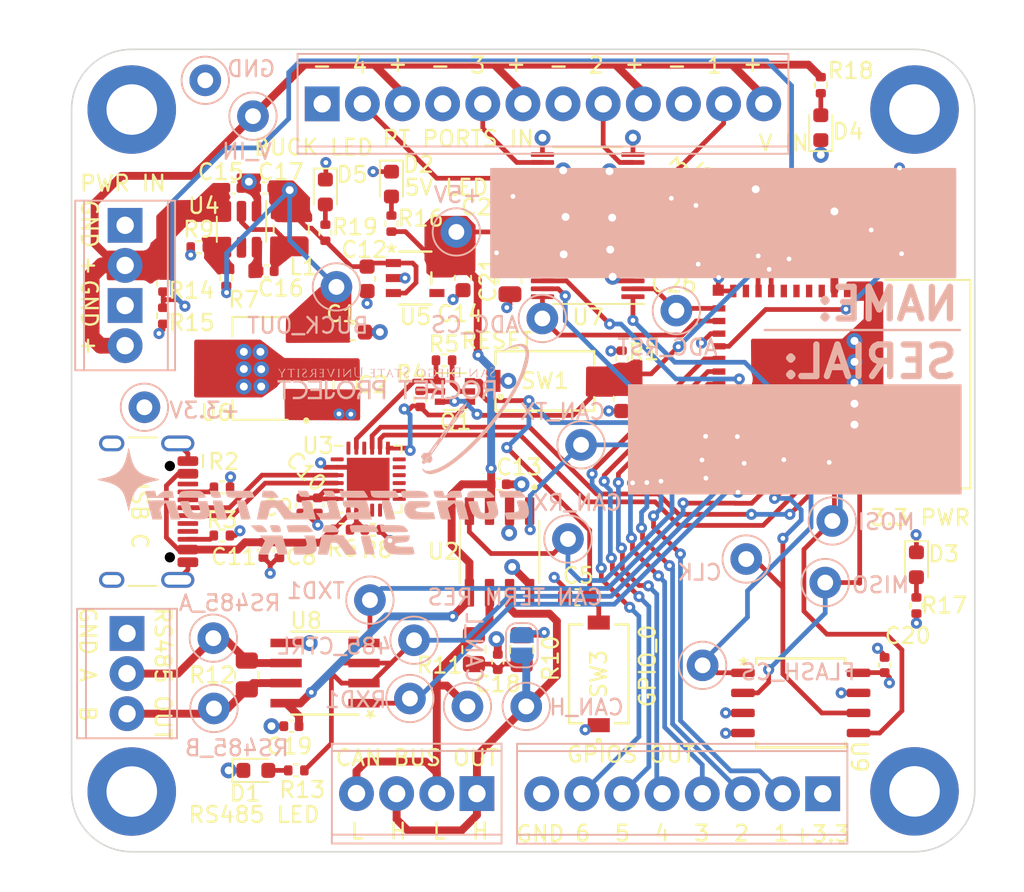
<source format=kicad_pcb>
(kicad_pcb (version 20240108) (generator "pcbnew") (generator_version "8.0")
  (layers (0 "F.Cu" signal) (1 "In1.Cu" power) (2 "In2.Cu" power) (31 "B.Cu" signal) (34 "B.Paste" user) (35 "F.Paste" user) (36 "B.SilkS" user "B.Silkscreen") (37 "F.SilkS" user "F.Silkscreen") (38 "B.Mask" user) (39 "F.Mask" user) (44 "Edge.Cuts" user))
  (net 0 "")
  (net 1 "BUCK_OUT")
  (net 2 "GND")
  (net 3 "+3.3V")
  (net 4 "RESET")
  (net 5 "VBUS")
  (net 6 "/3.45V")
  (net 7 "+5V")
  (net 8 "V IN")
  (net 9 "/SW")
  (net 10 "/BST")
  (net 11 "Net-(C18-Pad2)")
  (net 12 "Net-(U7-REFCAP)")
  (net 13 "Net-(U7-REFIO)")
  (net 14 "Net-(D1-A)")
  (net 15 "Net-(D2-A)")
  (net 16 "Net-(D3-A)")
  (net 17 "Net-(D4-A)")
  (net 18 "Net-(D5-A)")
  (net 19 "Net-(D6-A)")
  (net 20 "Net-(J2-CC1)")
  (net 21 "D+")
  (net 22 "D-")
  (net 24 "Net-(J2-CC2)")
  (net 26 "B")
  (net 27 "A")
  (net 28 "AN_IN_0")
  (net 29 "AN_IN_1")
  (net 30 "AN_IN_2")
  (net 31 "AN_IN_3")
  (net 32 "GPIO_0")
  (net 33 "CAN_H")
  (net 34 "CAN_L")
  (net 35 "DTR")
  (net 36 "Net-(Q1A-B1)")
  (net 37 "RTS")
  (net 38 "Net-(Q1B-B2)")
  (net 39 "Net-(U3-VBUS)")
  (net 40 "/FB")
  (net 41 "Net-(SW2-B)")
  (net 42 "485_CONTROL")
  (net 43 "V_BATT")
  (net 44 "LED_OUT")
  (net 45 "CLK")
  (net 46 "MOSI")
  (net 47 "MISO")
  (net 48 "ADC_CS")
  (net 49 "FLASH_CS")
  (net 50 "ADC_RST")
  (net 51 "RXD1")
  (net 52 "TXD1")
  (net 53 "CAN_TX")
  (net 54 "CAN_RX")
  (net 61 "RXD0")
  (net 62 "TXD0")
  (net 89 "GPIO_OUT_0")
  (net 90 "GPIO_OUT_1")
  (net 91 "GPIO_OUT_2")
  (net 92 "GPIO_OUT_3")
  (net 93 "GPIO_OUT_4")
  (net 94 "GPIO_OUT_5")
  (footprint "Inductor_SMD:L_1008_2520Metric" (layer "F.Cu") (at 39.3 36.79 90)
    (property "Reference" "L1")
    (property "Value" "3.3uH")
  )
  (footprint "Resistor_SMD:R_0402_1005Metric" (layer "F.Cu") (at 33.45 37.93)
    (property "Reference" "R9")
    (property "Value" "10k")
  )
  (footprint "Resistor_SMD:R_0402_1005Metric" (layer "F.Cu") (at 35.19 39.87 -90)
    (property "Reference" "R7")
    (property "Value" "52.3k")
  )
  (footprint "Resistor_SMD:R_0402_1005Metric" (layer "F.Cu") (at 78.86 60.61125 90)
    (property "Reference" "R17")
    (property "Value" "65")
  )
  (footprint "Capacitor_SMD:C_0402_1005Metric" (layer "F.Cu") (at 39.94 54.2775 -90)
    (property "Reference" "C9")
    (property "Value" "0.1uf")
  )
  (footprint "Resistor_SMD:R_0402_1005Metric" (layer "F.Cu") (at 47.47 47.53 90)
    (property "Reference" "R4")
    (property "Value" "10k")
  )
  (footprint "TJA1050T:SOIC127P600X175-8N" (layer "F.Cu") (at 52.48 57.22 -90)
    (property "Reference" "U2")
    (property "Value" "TJA1050T_CM_118")
  )
  (footprint "Capacitor_SMD:C_1210_3225Metric" (layer "F.Cu") (at 66.84 35.74 -90)
    (property "Reference" "C24")
    (property "Value" "22uF")
  )
  (footprint "PTS636SM50JSMTR LFS:SW_PTS636_CNK" (layer "F.Cu") (at 58.76 64.940001 90)
    (property "Reference" "SW3")
    (property "Value" "GPIO_0")
  )
  (footprint "Capacitor_SMD:C_0402_1005Metric" (layer "F.Cu") (at 38.549999 57.11 -90)
    (property "Reference" "C8")
    (property "Value" "4.7uf")
  )
  (footprint "Resistor_SMD:R_0402_1005Metric" (layer "F.Cu") (at 48.97 45.09)
    (property "Reference" "R5")
    (property "Value" "10k")
  )
  (footprint "Resistor_SMD:R_0805_2012Metric" (layer "F.Cu") (at 53.88 63.405 -90)
    (property "Reference" "R10")
    (property "Value" "60")
  )
  (footprint "Resistor_SMD:R_0402_1005Metric" (layer "F.Cu") (at 72.81 27.67 -90)
    (property "Reference" "R18")
    (property "Value" "530")
  )
  (footprint "TCR2EF50:SOT_EF50_LMCT_TOS" (layer "F.Cu") (at 47.14 39.88)
    (property "Reference" "U5")
    (property "Value" "TCR2EF50_LMCT")
  )
  (footprint "Package_SO:TSSOP-38_4.4x9.7mm_P0.5mm" (layer "F.Cu") (at 58.06 36.56 180)
    (property "Reference" "U7")
    (property "Value" "ADS8684")
  )
  (footprint "LED_SMD:LED_0603_1608Metric" (layer "F.Cu") (at 72.81 30.3575 90)
    (property "Reference" "D4")
    (property "Value" "RED")
  )
  (footprint "Capacitor_SMD:C_0402_1005Metric" (layer "F.Cu") (at 35.64 34.17)
    (property "Reference" "C15")
    (property "Value" "10uF")
  )
  (footprint "Capacitor_SMD:C_0603_1608Metric" (layer "F.Cu") (at 64.31 36.74 -90)
    (property "Reference" "C25")
    (property "Value" "1uF")
  )
  (footprint "Resistor_SMD:R_0805_2012Metric" (layer "F.Cu") (at 36.49 65.01 90)
    (property "Reference" "R12")
    (property "Value" "120")
  )
  (footprint "Resistor_SMD:R_0402_1005Metric" (layer "F.Cu") (at 42.510001 55.8075 180)
    (property "Reference" "R6")
    (property "Value" "22.1k")
  )
  (footprint "Package_DFN_QFN:QFN-24-1EP_4x4mm_P0.5mm_EP2.7x2.7mm" (layer "F.Cu") (at 44.17 52.61)
    (property "Reference" "U3")
    (property "Value" "CP2102N-Axx-xQFN24")
  )
  (footprint "Capacitor_SMD:C_0603_1608Metric" (layer "F.Cu") (at 60.215001 47.520318 -90)
    (property "Reference" "C7")
    (property "Value" "1uF")
  )
  (footprint "Resistor_SMD:R_0402_1005Metric" (layer "F.Cu") (at 60.21545 44.990318 -90)
    (property "Reference" "R1")
    (property "Value" "10k")
  )
  (footprint "Capacitor_SMD:C_0603_1608Metric" (layer "F.Cu") (at 50.17 39.87 -90)
    (property "Reference" "C14")
    (property "Value" "1uF")
  )
  (footprint "MountingHole:MountingHole_3.2mm_M3_DIN965_Pad" (layer "F.Cu") (at 29.21 29.21 90)
    (property "Reference" "H1" (hide yes))
    (property "Value" "MountingHole_Pad")
  )
  (footprint "Resistor_SMD:R_0805_2012Metric" (layer "F.Cu") (at 50.86 63.4075 90)
    (property "Reference" "R11")
    (property "Value" "60")
  )
  (footprint "Resistor_SMD:R_0402_1005Metric" (layer "F.Cu") (at 31.2 40.230002 -90)
    (property "Reference" "R14")
    (property "Value" "100k")
  )
  (footprint "Resistor_SMD:R_0402_1005Metric" (layer "F.Cu") (at 39.62 71.05 180)
    (property "Reference" "R13")
    (property "Value" "5")
  )
  (footprint "LED_SMD:LED_0603_1608Metric" (layer "F.Cu") (at 45.640001 33.930002 -90)
    (property "Reference" "D2")
    (property "Value" "RED")
  )
  (footprint "LED_SMD:LED_0603_1608Metric" (layer "F.Cu") (at 41.46 34.4325 -90)
    (property "Reference" "D5")
    (property "Value" "RED")
  )
  (footprint "Capacitor_SMD:C_0603_1608Metric" (layer "F.Cu") (at 62.73 36.29 -90)
    (property "Reference" "C23")
    (property "Value" "1uF")
  )
  (footprint "LED_SMD:LED_0603_1608Metric" (layer "F.Cu") (at 78.86 58.031251 -90)
    (property "Reference" "D3")
    (property "Value" "RED")
  )
  (footprint "MountingHole:MountingHole_3.2mm_M3_DIN965_Pad" (layer "F.Cu") (at 29.21 72.39)
    (property "Reference" "H3" (hide yes))
    (property "Value" "MountingHole_Pad")
  )
  (footprint "Resistor_SMD:R_0402_1005Metric" (layer "F.Cu") (at 44.46 55.8175 180)
    (property "Reference" "R8")
    (property "Value" "47.5k")
  )
  (footprint "Connector_USB:USB_C_Receptacle_HCTL_HC-TYPE-C-16P-01A" (layer "F.Cu") (at 29.015 54.67 -90)
    (property "Reference" "J2" (hide yes))
    (property "Value" "USB_C_Receptacle_USB2.0")
  )
  (footprint "Capacitor_SMD:C_0402_1005Metric" (layer "F.Cu") (at 39.31 68.25 180)
    (property "Reference" "C19")
    (property "Value" "0.1uF")
  )
  (footprint "MountingHole:MountingHole_3.2mm_M3_DIN965_Pad" (layer "F.Cu") (at 78.74 29.21)
    (property "Reference" "H2" (hide yes))
    (property "Value" "MountingHole_Pad")
  )
  (footprint "W25Q16JVSSIQ:W25Q16JVSSIQ_WIN" (layer "F.Cu") (at 71.54 66.78)
    (property "Reference" "U9")
    (property "Value" "W25Q16JVSSIQ")
  )
  (footprint "Capacitor_SMD:C_0402_1005Metric" (layer "F.Cu") (at 76.85 64.38 90)
    (property "Reference" "C20")
    (property "Value" "0.1uF")
  )
  (footprint "Capacitor_SMD:C_0603_1608Metric" (layer "F.Cu") (at 44.100001 39.930001 -90)
    (property "Reference" "C12")
    (property "Value" "0.1uF")
  )
  (footprint "Package_TO_SOT_SMD:SOT-363_SC-70-6" (layer "F.Cu") (at 49.66 47.06)
    (property "Reference" "Q1")
    (property "Value" "MBT2222ADW1T1")
  )
  (footprint "Capacitor_SMD:C_0603_1608Metric" (layer "F.Cu") (at 57.41 60.09 180)
    (property "Reference" "C5")
    (property "Value" "1uF")
  )
  (footprint "Resistor_SMD:R_0402_1005Metric" (layer "F.Cu") (at 41.46 37.009999 90)
    (property "Reference" "R19")
    (property "Value" "150")
  )
  (footprint "PTS636SM50JSMTR LFS:SW_PTS636_CNK" (layer "F.Cu") (at 55.345 46.390318)
    (property "Reference" "SW1")
    (property "Value" "RESET")
  )
  (footprint "Capacitor_SMD:C_0603_1608Metric" (layer "F.Cu") (at 43.185 43.3)
    (property "Reference" "C1")
    (property "Value" "1uF")
  )
  (footprint "Capacitor_SMD:C_0805_2012Metric" (layer "F.Cu") (at 42.71 46.64 -90)
    (property "Reference" "C2")
    (property "Value" "1uF")
  )
  (footprint "Resistor_SMD:R_0402_1005Metric" (layer "F.Cu") (at 31.19 42.27 -90)
    (property "Reference" "R15")
    (property "Value" "35.2k")
  )
  (footprint "Resistor_SMD:R_0402_1005Metric" (layer "F.Cu") (at 34.91 56.18)
    (property "Reference" "R3")
    (property "Value" "5.1k")
  )
  (footprint "Capacitor_SMD:C_0603_1608Metric" (layer "F.Cu") (at 53.33 36.29 -90)
    (property "Reference" "C22")
    (property "Value" "1uF")
  )
  (footprint "Resistor_SMD:R_0402_1005Metric" (layer "F.Cu") (at 34.92 53.14)
    (property "Reference" "R2")
    (property "Value" "5.1k")
  )
  (footprint "Package_TO_SOT_SMD:TSOT-23-6" (layer "F.Cu") (at 36.15 36.7925 -90)
    (property "Reference" "U4")
    (property "Value" "AP62150Z6-7")
  )
  (footprint "Resistor_SMD:R_0402_1005Metric" (layer "F.Cu") (at 45.64 36.43 90)
    (property "Reference" "R16")
    (property "Value" "150")
  )
  (footprint "Capacitor_SMD:C_0402_1005Metric" (layer "F.Cu") (at 52.37 64.1875 -90)
    (property "Reference" "C18")
    (property "Value" "47nf")
  )
  (footprint "MAX485CSA_T:21-0041-3-M_90-0096-8L_MXM" (layer "F.Cu") (at 41.44 64.89 180)
    (property "Reference" "U8")
    (property "Value" "MAX485CSA+T")
  )
  (footprint "Resistor_SMD:R_0402_1005Metric" (layer "F.Cu") (at 77.96 37.2 90)
    (property "Reference" "R20")
    (property "Value" "5")
  )
  (footprint "Capacitor_SMD:C_0805_2012Metric" (layer "F.Cu") (at 72.6 38.65 180)
    (property "Reference" "C3")
    (property "Value" "10uF")
  )
  (footprint "Capacitor_SMD:C_0402_1005Metric" (layer "F.Cu") (at 37.59 34.17 180)
    (property "Reference" "C17")
    (property "Value" "22uF")
  )
  (footprint "Capacitor_SMD:C_0402_1005Metric" (layer "F.Cu") (at 37.54 57.09 -90)
    (property "Reference" "C11")
    (property "Value" "0.1uf")
  )
  (footprint "ESP32-PICO-MINI-02:MODULE_ESP32-PICO-MINI-02" (layer "F.Cu") (at 71.27 46.6 -90)
    (property "Reference" "U1" (hide yes))
    (property "Value" "ESP32-PICO-MINI-02")
  )
  (footprint "Capacitor_SMD:C_0805_2012Metric" (layer "F.Cu") (at 53.14 39.95 90)
    (property "Reference" "C21")
    (property "Value" "10uF")
  )
  (footprint "MountingHole:MountingHole_3.2mm_M3_DIN965_Pad" (layer "F.Cu") (at 78.74 72.38)
    (property "Reference" "H4" (hide yes))
    (property "Value" "MountingHole_Pad")
  )
  (footprint "LED_SMD:LED_0603_1608Metric" (layer "F.Cu") (at 77.96 34.61 -90)
    (property "Reference" "D6")
    (property "Value" "BLUE")
  )
  (footprint "LED_SMD:LED_0603_1608Metric" (layer "F.Cu") (at 37.060001 71.05)
    (property "Reference" "D1")
    (property "Value" "GREEN")
  )
  (footprint "Capacitor_SMD:C_0402_1005Metric" (layer "F.Cu") (at 52.43 52.94)
    (property "Reference" "C13")
    (property "Value" "1uF")
  )
  (footprint "Capacitor_SMD:C_0603_1608Metric" (layer "F.Cu") (at 63.47 39.06)
    (property "Reference" "C26")
    (property "Value" "10uF")
  )
  (footprint "Capacitor_SMD:C_0402_1005Metric" (layer "F.Cu") (at 37.74 39.44)
    (property "Reference" "C16")
    (property "Value" "100nF")
  )
  (footprint "Capacitor_SMD:C_0402_1005Metric" (layer "F.Cu") (at 40.980001 54.2775 -90)
    (property "Reference" "C10")
    (property "Value" "4.7uf")
  )
  (footprint "TLV1117LV33DCYR:VREG_TLV1117LV33DCYR" (layer "F.Cu") (at 37.33 45.6 180)
    (property "Reference" "U6")
    (property "Value" "TLV1117LV33DCYR")
  )
  (footprint "Capacitor_SMD:C_0603_1608Metric" (layer "F.Cu") (at 74.43 36.85)
    (property "Reference" "C4")
    (property "Value" "0.1uF")
  )
  (footprint "TestPoint:TestPoint_Loop_D2.50mm_Drill1.0mm" (layer "B.Cu") (at 73.54 55.26 180)
    (property "Reference" "TP7" (hide yes))
    (property "Value" "TestPoint")
  )
  (footprint "TestPoint:TestPoint_Loop_D2.50mm_Drill1.0mm" (layer "B.Cu") (at 34.41 67.13 90)
    (property "Reference" "TP16" (hide yes))
    (property "Value" "TestPoint")
  )
  (footprint "TestPoint:TestPoint_Loop_D2.50mm_Drill1.0mm" (layer "B.Cu") (at 34.37 62.68 90)
    (property "Reference" "TP15" (hide yes))
    (property "Value" "TestPoint")
  )
  (footprint "TestPoint:TestPoint_Loop_D2.50mm_Drill1.0mm" (layer "B.Cu") (at 46.81 66.5 90)
    (property "Reference" "TP12" (hide yes))
    (property "Value" "TestPoint")
  )
  (footprint "TestPoint:TestPoint_Loop_D2.50mm_Drill1.0mm" (layer "B.Cu") (at 30.01 48.06 90)
    (property "Reference" "TP5" (hide yes))
    (property "Value" "TestPoint")
  )
  (footprint "LOGO" (layer "B.Cu") (at 40.47 53.75 180)
    (property "Reference" "G***" (hide yes))
    (property "Value" "LOGO" (hide yes))
  )
  (footprint "LOGO:RP_Logo" (layer "B.Cu") (at 46.39 48.17 180)
    (property "Reference" "G***" (hide yes))
    (property "Value" "LOGO" (hide yes))
  )
  (footprint "TerminalBlock_Phoenix:TerminalBlock_Phoenix_MPT-0,5-4-2.54_1x04_P2.54mm_Horizontal" (layer "B.Cu") (at 28.79 44.16 90)
    (property "Reference" "J1" (hide yes))
    (property "Value" "PWR_IN")
  )
  (footprint "TestPoint:TestPoint_Loop_D2.50mm_Drill1.0mm" (layer "B.Cu") (at 33.86 27.36 180)
    (property "Reference" "TP1" (hide yes))
    (property "Value" "TestPoint")
  )
  (footprint "TestPoint:TestPoint_Loop_D2.50mm_Drill1.0mm" (layer "B.Cu") (at 73.09 59.16 180)
    (property "Reference" "TP8" (hide yes))
    (property "Value" "TestPoint")
  )
  (footprint "TestPoint:TestPoint_Loop_D2.50mm_Drill1.0mm" (layer "B.Cu") (at 54.17 67 180)
    (property "Reference" "TP19" (hide yes))
    (property "Value" "TestPoint")
  )
  (footprint "TestPoint:TestPoint_Loop_D2.50mm_Drill1.0mm" (layer "B.Cu") (at 36.88 29.63 180)
    (property "Reference" "TP2" (hide yes))
    (property "Value" "TestPoint")
  )
  (footprint "TerminalBlock_Phoenix:TerminalBlock_Phoenix_MPT-0,5-12-2.54_1x12_P2.54mm_Horizontal" (layer "B.Cu") (at 41.26 28.85)
    (property "Reference" "J4" (hide yes))
    (property "Value" "PT_IN")
  )
  (footprint "TestPoint:TestPoint_Loop_D2.50mm_Drill1.0mm" (layer "B.Cu") (at 49.75 36.96 90)
    (property "Reference" "TP4" (hide yes))
    (property "Value" "TestPoint")
  )
  (footprint "TestPoint:TestPoint_Loop_D2.50mm_Drill1.0mm" (layer "B.Cu") (at 50.45 67 180)
    (property "Reference" "TP20" (hide yes))
    (property "Value" "TestPoint")
  )
  (footprint "TestPoint:TestPoint_Loop_D2.50mm_Drill1.0mm" (layer "B.Cu") (at 55.19 42.440001 180)
    (property "Reference" "TP9" (hide yes))
    (property "Value" "TestPoint")
  )
  (footprint "TestPoint:TestPoint_Loop_D2.50mm_Drill1.0mm" (layer "B.Cu") (at 56.81 56.4 180)
    (property "Reference" "TP18" (hide yes))
    (property "Value" "TestPoint")
  )
  (footprint "TestPoint:TestPoint_Loop_D2.50mm_Drill1.0mm" (layer "B.Cu") (at 44.28 60.27 90)
    (property "Reference" "TP13" (hide yes))
    (property "Value" "TestPoint")
  )
  (footprint "TestPoint:TestPoint_Loop_D2.50mm_Drill1.0mm" (layer "B.Cu") (at 68.09 57.67 180)
    (property "Reference" "TP6" (hide yes))
    (property "Value" "TestPoint")
  )
  (footprint "TestPoint:TestPoint_Loop_D2.50mm_Drill1.0mm" (layer "B.Cu") (at 65.33 64.4 180)
    (property "Reference" "TP10" (hide yes))
    (property "Value" "TestPoint")
  )
  (footprint "TestPoint:TestPoint_Loop_D2.50mm_Drill1.0mm" (layer "B.Cu") (at 42.16 40.44 180)
    (property "Reference" "TP3" (hide yes))
    (property "Value" "TestPoint")
  )
  (footprint "Jumper:SolderJumper-2_P1.3mm_Open_RoundedPad1.0x1.5mm" (layer "B.Cu") (at 53.89 63.127501 90)
    (property "Reference" "SW2" (hide yes))
    (property "Value" "SW_SPST")
  )
  (footprint "TerminalBlock_Phoenix:TerminalBlock_Phoenix_MPT-0,5-4-2.54_1x04_P2.54mm_Horizontal" (layer "B.Cu") (at 51.05 72.52 180)
    (property "Reference" "J6" (hide yes))
    (property "Value" "CAN_TERMINAL")
  )
  (footprint "TestPoint:TestPoint_Loop_D2.50mm_Drill1.0mm" (layer "B.Cu") (at 63.67 41.94 180)
    (property "Reference" "TP11" (hide yes))
    (property "Value" "TestPoint")
  )
  (footprint "TestPoint:TestPoint_Loop_D2.50mm_Drill1.0mm" (layer "B.Cu") (at 57.64 50.44 180)
    (property "Reference" "TP17" (hide yes))
    (property "Value" "TestPoint")
  )
  (footprint "TerminalBlock_Phoenix:TerminalBlock_Phoenix_MPT-0,5-3-2.54_1x03_P2.54mm_Horizontal" (layer "B.Cu") (at 28.91 67.46 90)
    (property "Reference" "J3" (hide yes))
    (property "Value" "RS485 Out")
  )
  (footprint "TerminalBlock_Phoenix:TerminalBlock_Phoenix_MPT-0,5-8-2.54_1x08_P2.54mm_Horizontal" (layer "B.Cu") (at 72.93 72.53 180)
    (property "Reference" "J5" (hide yes))
    (property "Value" "GPIO_OUT")
  )
  (footprint "TestPoint:TestPoint_Loop_D2.50mm_Drill1.0mm" (layer "B.Cu") (at 47.07 62.81 90)
    (property "Reference" "TP14" (hide yes))
    (property "Value" "TestPoint")
  )
  (gr_line (start 81.61 43.17) (end 69.26 43.17) (stroke (width 0.15)) (layer "B.SilkS"))
  (gr_rect (start 51.96 32.98) (end 81.31 39.81) (stroke (width 0.15)) (fill solid) (layer "B.SilkS"))
  (gr_rect (start 60.68 46.68) (end 81.65 53.51) (stroke (width 0.15)) (fill solid) (layer "B.SilkS"))
  (gr_arc (start 78.74 25.4) (mid 81.434076 26.515923) (end 82.55 29.21) (stroke (width 0.1)) (layer "Edge.Cuts"))
  (gr_arc (start 25.4 29.21) (mid 26.515923 26.515924) (end 29.21 25.4) (stroke (width 0.1)) (layer "Edge.Cuts"))
  (gr_line (start 78.74 76.2) (end 29.21 76.2) (stroke (width 0.1)) (layer "Edge.Cuts"))
  (gr_line (start 82.55 29.21) (end 82.55 72.39) (stroke (width 0.1)) (layer "Edge.Cuts"))
  (gr_arc (start 29.21 76.2) (mid 26.515924 75.084077) (end 25.4 72.39) (stroke (width 0.1)) (layer "Edge.Cuts"))
  (gr_line (start 25.4 72.39) (end 25.4 29.21) (stroke (width 0.1)) (layer "Edge.Cuts"))
  (gr_arc (start 82.55 72.39) (mid 81.434077 75.084076) (end 78.74 76.2) (stroke (width 0.1)) (layer "Edge.Cuts"))
  (gr_line (start 29.21 25.4) (end 78.74 25.4) (stroke (width 0.1)) (layer "Edge.Cuts"))
  (gr_text "+3.3V" (at 36.17 48.84 0) (layer "B.SilkS") (effects (font (size 1 1)) (justify left bottom mirror)))
  (gr_text "FLASH_CS" (at 75.09 65.41 0) (layer "B.SilkS") (effects (font (size 1 1)) (justify left bottom mirror)))
  (gr_text "BUCK_OUT" (at 44.28 43.47 0) (layer "B.SilkS") (effects (font (size 1 1)) (justify left bottom mirror)))
  (gr_text "+5V" (at 51.47 35.19 0) (layer "B.SilkS") (effects (font (size 1 1)) (justify left bottom mirror)))
  (gr_text "SERIAL:" (at 81.65 46.35 0) (layer "B.SilkS") (effects (font (size 2 2) (thickness 0.4) (bold yes)) (justify left bottom mirror)))
  (gr_text "TXD1" (at 42.78 60.27 0) (layer "B.SilkS") (effects (font (size 1 1)) (justify left bottom mirror)))
  (gr_text "MISO" (at 78.5 59.9 0) (layer "B.SilkS") (effects (font (size 1 1)) (justify left bottom mirror)))
  (gr_text "485_CTRL" (at 45.74 63.78 0) (layer "B.SilkS") (effects (font (size 1 1)) (justify left bottom mirror)))
  (gr_text "ADC_RST" (at 66.37 44.85 0) (layer "B.SilkS") (effects (font (size 1 1)) (justify left bottom mirror)))
  (gr_text "CAN TERM RES" (at 59.12 60.67 0) (layer "B.SilkS") (effects (font (size 1 1)) (justify left bottom mirror)))
  (gr_text "CAN_RX" (at 60.32 54.69 0) (layer "B.SilkS") (effects (font (size 1 1)) (justify left bottom mirror)))
  (gr_text "CAN_H" (at 60.44 67.64 0) (layer "B.SilkS") (effects (font (size 1 1)) (justify left bottom mirror)))
  (gr_text "RS485_A" (at 38.72 61.04 0) (layer "B.SilkS") (effects (font (size 1 1)) (justify left bottom mirror)))
  (gr_text "MOSI" (at 78.85 55.9 0) (layer "B.SilkS") (effects (font (size 1 1)) (justify left bottom mirror)))
  (gr_text "CAN_TX" (at 59.27 48.93 0) (layer "B.SilkS") (effects (font (size 1 1)) (justify left bottom mirror)))
  (gr_text "GND" (at 38.39 27.22 0) (layer "B.SilkS") (effects (font (size 1 1)) (justify left bottom mirror)))
  (gr_text "ADC_CS" (at 53.81 43.42 0) (layer "B.SilkS") (effects (font (size 1 1)) (justify left bottom mirror)))
  (gr_text "V_IN" (at 38.17 32.45 0) (layer "B.SilkS") (effects (font (size 1 1)) (justify left bottom mirror)))
  (gr_text "RXD1" (at 45.42 67.17 0) (layer "B.SilkS") (effects (font (size 1 1)) (justify left bottom mirror)))
  (gr_text "CAN_L" (at 50.28 65.63 -90) (layer "B.SilkS") (effects (font (size 1 1)) (justify left bottom mirror)))
  (gr_text "NAME:" (at 81.72 42.7 0) (layer "B.SilkS") (effects (font (size 2 2) (thickness 0.4) (bold yes)) (justify left bottom mirror)))
  (gr_text "CLK" (at 66.64 59.1 0) (layer "B.SilkS") (effects (font (size 1 1)) (justify left bottom mirror)))
  (gr_text "RS485_B" (at 39.24 70.22 0) (layer "B.SilkS") (effects (font (size 1 1)) (justify left bottom mirror)))
  (gr_text "GND" (at 25.93 39.87 -90) (layer "F.SilkS") (effects (font (size 1 1)) (justify left bottom)))
  (gr_text "5" (at 60.254 75.62 0) (layer "F.SilkS") (effects (font (size 1 1)) (justify bottom)))
  (gr_text "-" (at 48.015727 27 0) (layer "F.SilkS") (effects (font (size 1 1)) (justify left bottom)))
  (gr_text "3" (at 50.536739 27 0) (layer "F.SilkS") (effects (font (size 1 1)) (justify left bottom)))
  (gr_text "GPIOS OUT" (at 56.64 70.63 0) (layer "F.SilkS") (effects (font (size 1 1)) (justify left bottom)))
  (gr_text "3" (at 65.282 75.62 0) (layer "F.SilkS") (effects (font (size 1 1)) (justify bottom)))
  (gr_text "GPIO_0" (at 62.43 67.16 90) (layer "F.SilkS") (effects (font (size 1 1)) (justify left bottom)))
  (gr_text "1" (at 70.31 75.62 0) (layer "F.SilkS") (effects (font (size 1 1)) (justify bottom)))
  (gr_text "+" (at 45.53281 25.654203 270) (layer "F.SilkS") (effects (font (size 1 1)) (justify left bottom)))
  (gr_text "1" (at 65.508193 27 0) (layer "F.SilkS") (effects (font (size 1 1)) (justify left bottom)))
  (gr_text "RS485 LED" (at 36.95 74.44 0) (layer "F.SilkS") (effects (font (size 1 1)) (justify bottom)))
  (gr_text "5V LED" (at 46.375001 34.730002 0) (layer "F.SilkS") (effects (font (size 1 1)) (justify left bottom)))
  (gr_text "V IN" (at 68.79 31.92 0) (layer "F.SilkS") (effects (font (size 1 1)) (justify left bottom)))
  (gr_text "USB C" (at 29.12 52.16 270) (layer "F.SilkS") (effects (font (size 1 1)) (justify left bottom)))
  (gr_text "-" (at 62.987181 27 0) (layer "F.SilkS") (effects (font (size 1 1)) (justify left bottom)))
  (gr_text "PWR IN" (at 25.84 34.47 0) (layer "F.SilkS") (effects (font (size 1 1)) (justify left bottom)))
  (gr_text "L" (at 43.47 75.49 0) (layer "F.SilkS") (effects (font (size 1 1)) (justify bottom)))
  (gr_text "PT PORTS IN" (at 44.98 31.64 0) (layer "F.SilkS") (effects (font (size 1 1)) (justify left bottom)))
  (gr_text "+3.3" (at 72.83 75.66 0) (layer "F.SilkS") (effects (font (size 1 1)) (justify bottom)))
  (gr_text "BUCK LED" (at 36.85 32.19 0) (layer "F.SilkS") (effects (font (size 1 1)) (justify left bottom)))
  (gr_text "3.3 PWR" (at 75.88 55.63 0) (layer "F.SilkS") (effects (font (size 1 1)) (justify left bottom)))
  (gr_text "H" (at 51.258059 75.49 0) (layer "F.SilkS") (effects (font (size 1 1)) (justify bottom)))
  (gr_text "LED" (at 74.39 34.25 0) (layer "F.SilkS") (effects (font (size 1 1)) (justify left bottom)))
  (gr_text "+" (at 67.99 25.654203 270) (layer "F.SilkS") (effects (font (size 1 1)) (justify left bottom)))
  (gr_text "4" (at 62.768 75.62 0) (layer "F.SilkS") (effects (font (size 1 1)) (justify bottom)))
  (gr_text "B" (at 25.84 66.87 270) (layer "F.SilkS") (effects (font (size 1 1)) (justify left bottom)))
  (gr_text "RESET" (at 49.97 44.43 0) (layer "F.SilkS") (effects (font (size 1 1)) (justify left bottom)))
  (gr_text "H" (at 46.066019 75.49 0) (layer "F.SilkS") (effects (font (size 1 1)) (justify bottom)))
  (gr_text "RS485 OUT" (at 30.59 60.64 270) (layer "F.SilkS") (effects (font (size 1 1)) (justify left bottom)))
  (gr_text "-" (at 40.53 27 0) (layer "F.SilkS") (effects (font (size 1 1)) (justify left bottom)))
  (gr_text "CAN BUS OUT" (at 42.01 70.84 0) (layer "F.SilkS") (effects (font (size 1 1)) (justify left bottom)))
  (gr_text "+" (at 25.93 43.45 270) (layer "F.SilkS") (effects (font (size 1 1)) (justify left bottom)))
  (gr_text "2" (at 58.022466 27 0) (layer "F.SilkS") (effects (font (size 1 1)) (justify left bottom)))
  (gr_text "GND" (at 25.84 60.6 -90) (layer "F.SilkS") (effects (font (size 1 1)) (justify left bottom)))
  (gr_text "GND" (at 25.93 34.83 270) (layer "F.SilkS") (effects (font (size 1 1)) (justify left bottom)))
  (gr_text "+" (at 60.504264 25.654203 270) (layer "F.SilkS") (effects (font (size 1 1)) (justify left bottom)))
  (gr_text "A" (at 25.84 64.49 270) (layer "F.SilkS") (effects (font (size 1 1)) (justify left bottom)))
  (gr_text "4" (at 43.051012 27 0) (layer "F.SilkS") (effects (font (size 1 1)) (justify left bottom)))
  (gr_text "+" (at 25.93 38.37 270) (layer "F.SilkS") (effects (font (size 1 1)) (justify left bottom)))
  (gr_text "6" (at 57.74 75.62 0) (layer "F.SilkS") (effects (font (size 1 1)) (justify bottom)))
  (gr_text "GND" (at 55.06 75.65 0) (layer "F.SilkS") (effects (font (size 1 1)) (justify bottom)))
  (gr_text "+" (at 53.018537 25.654203 270) (layer "F.SilkS") (effects (font (size 1 1)) (justify left bottom)))
  (gr_text "2" (at 67.796 75.62 0) (layer "F.SilkS") (effects (font (size 1 1)) (justify bottom)))
  (gr_text "-" (at 55.501454 27 0) (layer "F.SilkS") (effects (font (size 1 1)) (justify left bottom)))
  (gr_text "L" (at 48.662039 75.49 0) (layer "F.SilkS") (effects (font (size 1 1)) (justify bottom)))
  (segment (start 46.539006 40.82996) (end 47.199016 40.16995) (width 0.3) (layer "F.Cu") (net 1))
  (segment (start 47.199016 39.149016) (end 46.98004 38.93004) (width 0.3) (layer "F.Cu") (net 1))
  (segment (start 47.199016 40.16995) (end 47.199016 39.149016) (width 0.3) (layer "F.Cu") (net 1))
  (segment (start 40.58 36.72) (end 40.305 36.72) (width 0.3) (layer "F.Cu") (net 1))
  (segment (start 46.98004 38.93004) (end 45.76205 38.93004) (width 0.3) (layer "F.Cu") (net 1))
  (segment (start 45.76205 38.93004) (end 44.324962 38.93004) (width 0.3) (layer "F.Cu") (net 1))
  (segment (start 35.19 40.379999) (end 35.19 40.78) (width 0.3) (layer "F.Cu") (net 1))
  (segment (start 35.19 40.78) (end 35.21 40.8) (width 0.3) (layer "F.Cu") (net 1))
  (segment (start 43.095002 39.155001) (end 41.46 37.519999) (width 0.3) (layer "F.Cu") (net 1))
  (segment (start 44.100001 39.155001) (end 43.095002 39.155001) (width 0.3) (layer "F.Cu") (net 1))
  (segment (start 41.379999 37.519999) (end 40.58 36.72) (width 0.3) (layer "F.Cu") (net 1))
  (segment (start 44.324962 38.93004) (end 44.100001 39.155001) (width 0.3) (layer "F.Cu") (net 1))
  (segment (start 40.305 36.72) (end 39.3 35.715) (width 0.3) (layer "F.Cu") (net 1))
  (segment (start 41.46 37.519999) (end 41.379999 37.519999) (width 0.3) (layer "F.Cu") (net 1))
  (segment (start 45.76205 40.82996) (end 46.539006 40.82996) (width 0.3) (layer "F.Cu") (net 1))
  (via (at 35.21 40.8) (size 0.7) (drill 0.3) (layers "F.Cu" "B.Cu") (net 1))
  (via (at 39.2 34.31) (size 1) (drill 0.5) (layers "F.Cu" "B.Cu") (net 1))
  (segment (start 35.21 38.3) (end 39.2 34.31) (width 0.3) (layer "B.Cu") (net 1))
  (segment (start 39.2 37.48) (end 42.16 40.44) (width 0.3) (layer "B.Cu") (net 1))
  (segment (start 35.21 40.8) (end 35.21 38.3) (width 0.3) (layer "B.Cu") (net 1))
  (segment (start 39.2 34.31) (end 39.2 37.48) (width 0.3) (layer "B.Cu") (net 1))
  (segment (start 37.97 58.57) (end 37.97 58.06) (width 0.3) (layer "F.Cu") (net 2))
  (segment (start 56.54 38.38) (end 56.22 38.06) (width 0.3) (layer "F.Cu") (net 2))
  (segment (start 52.094999 46.390318) (end 53.035001 46.390318) (width 0.3) (layer "F.Cu") (net 2))
  (segment (start 64.31 35.965) (end 64.31 35.88) (width 0.3) (layer "F.Cu") (net 2))
  (segment (start 52.37 63.7075) (end 52.37 62.83) (width 0.5) (layer "F.Cu") (net 2))
  (segment (start 52.37 62.83) (end 52.28 62.74) (width 0.5) (layer "F.Cu") (net 2))
  (segment (start 53.28 58.17) (end 54.385 59.275) (width 0.5) (layer "F.Cu") (net 2))
  (segment (start 75.99 36.85) (end 76 36.84) (width 0.3) (layer "F.Cu") (net 2))
  (segment (start 66.32 40.65) (end 66.32 39.88) (width 0.3) (layer "F.Cu") (net 2))
  (segment (start 75.205 36.85) (end 75.99 36.85) (width 0.3) (layer "F.Cu") (net 2))
  (segment (start 77.79 32.909999) (end 77.96 33.079999) (width 0.3) (layer "F.Cu") (net 2))
  (segment (start 53.115 55.995) (end 53.09 56.02) (width 0.5) (layer "F.Cu") (net 2))
  (segment (start 56.22 38.06) (end 55.1975 38.06) (width 0.3) (layer "F.Cu") (net 2))
  (segment (start 58.76 68.190002) (end 58.189998 68.190002) (width 0.3) (layer "F.Cu") (net 2))
  (segment (start 35.42 56.18) (end 35.752596 56.18) (width 0.3) (layer "F.Cu") (net 2))
  (segment (start 32.76 58.35) (end 32.12 58.99) (width 0.3) (layer "F.Cu") (net 2))
  (segment (start 65.8495 43.4) (end 65.26 43.9895) (width 0.3) (layer "F.Cu") (net 2))
  (segment (start 40.980001 54.7575) (end 40.980001 55.517499) (width 0.3) (layer "F.Cu") (net 2))
  (segment (start 56.507051 33.06) (end 56.508284 33.058767) (width 0.3) (layer "F.Cu") (net 2))
  (segment (start 32.76 50.99) (end 32.12 50.35) (width 0.3) (layer "F.Cu") (net 2))
  (segment (start 52.91 52.94) (end 53.87 52.94) (width 0.5) (layer "F.Cu") (net 2))
  (segment (start 68.685 34.265) (end 68.69 34.26) (width 0.5) (layer "F.Cu") (net 2))
  (segment (start 37.97 58) (end 37.54 57.57) (width 0.3) (layer "F.Cu") (net 2))
  (segment (start 40.980001 55.517499) (end 40.98 55.5175) (width 0.3) (layer "F.Cu") (net 2))
  (segment (start 78.86 57.243752) (end 78.86 56.15125) (width 0.3) (layer "F.Cu") (net 2))
  (segment (start 64.99 39.06) (end 64.245 39.06) (width 0.3) (layer "F.Cu") (net 2))
  (segment (start 55.1975 32.06) (end 55.1975 31.0025) (width 0.3) (layer "F.Cu") (net 2))
  (segment (start 39.94 54.7575) (end 40.22 54.7575) (width 0.3) (layer "F.Cu") (net 2))
  (segment (start 65.05 39) (end 64.99 39.06) (width 0.3) (layer "F.Cu") (net 2))
  (segment (start 59.64 39.8) (end 59.9 40.06) (width 0.3) (layer "F.Cu") (net 2))
  (segment (start 36.272501 71.05) (end 35.34 71.05) (width 0.3) (layer "F.Cu") (net 2))
  (segment (start 53.115 54.635) (end 53.115 55.995) (width 0.5) (layer "F.Cu") (net 2))
  (segment (start 56.54 38.38) (end 56.36 38.56) (width 0.3) (layer "F.Cu") (net 2))
  (segment (start 59.614358 36.06) (end 59.609106 36.054748) (width 0.3) (layer "F.Cu") (net 2))
  (segment (start 53.14 40.9) (end 53.14 41.55) (width 0.3) (layer "F.Cu") (net 2))
  (segment (start 41.49 33.615) (end 41.46 33.645) (width 0.3) (layer "F.Cu") (net 2))
  (segment (start 44.97 55.92) (end 44.97 55.8175) (width 0.3) (layer "F.Cu") (net 2))
  (segment (start 59.4855 38.08) (end 59.9655 38.56) (width 0.3) (layer "F.Cu") (net 2))
  (segment (start 56.61 36.06) (end 55.1975 36.06) (width 0.3) (layer "F.Cu") (net 2))
  (segment (start 67.27 40.7) (end 66.37 40.7) (width 0.3) (layer "F.Cu") (net 2))
  (segment (start 59.4855 38.08) (end 59.4855 37.9245) (width 0.3) (layer "F.Cu") (net 2))
  (segment (start 35.752596 56.18) (end 36.051486 55.88111) (width 0.3) (layer "F.Cu") (net 2))
  (segment (start 45.76205 39.88) (end 46.499016 39.88) (width 0.3) (layer "F.Cu") (net 2))
  (segment (start 45.640001 33.142502) (end 44.482502 33.142502) (width 0.3) (layer "F.Cu") (net 2))
  (segment (start 76.85 63.9) (end 76.85 63.77) (width 0.3) (layer "F.Cu") (net 2))
  (segment (start 53.14 41.55) (end 52.94 41.75) (width 0.3) (layer "F.Cu") (net 2))
  (segment (start 59.85 37.56) (end 60.9225 37.56) (width 0.3) (layer "F.Cu") (net 2))
  (segment (start 65.54 52.55) (end 66.32 52.55) (width 0.3) (layer "F.Cu") (net 2))
  (segment (start 66.84 34.265) (end 68.685 34.265) (width 0.5) (layer "F.Cu") (net 2))
  (segment (start 59.9 40.06) (end 60.9225 40.06) (width 0.3) (layer "F.Cu") (net 2))
  (segment (start 44.100001 41.489999) (end 44.1 41.49) (width 0.3) (layer "F.Cu") (net 2))
  (segment (start 55.1975 33.06) (end 56.507051 33.06) (width 0.3) (layer "F.Cu") (net 2))
  (segment (start 41.49 32.569999) (end 41.49 33.615) (width 0.3) (layer "F.Cu") (net 2))
  (segment (start 40.465 62.985) (end 40.47 62.99) (width 0.3) (layer "F.Cu") (net 2))
  (segment (start 56.635 59.525) (end 55.94 58.83) (width 0.3) (layer "F.Cu") (net 2))
  (segment (start 62.73 35.45) (end 63.35 34.83) (width 0.3) (layer "F.Cu") (net 2))
  (segment (start 56.635 60.09) (end 56.635 59.525) (width 0.3) (layer "F.Cu") (net 2))
  (segment (start 60.9225 30.9925) (end 60.92 30.99) (width 0.3) (layer "F.Cu") (net 2))
  (segment (start 38.44 57.59) (end 38.549999 57.59) (width 0.3) (layer "F.Cu") (net 2))
  (segment (start 44.482502 33.142502) (end 44.48 33.14) (width 0.3) (layer "F.Cu") (net 2))
  (segment (start 49.54 41.24) (end 49.575 41.24) (width 0.3) (layer "F.Cu") (net 2))
  (segment (start 31.19 43.13) (end 31.19 42.78) (width 0.3) (layer "F.Cu") (net 2))
  (segment (start 59.496176 33.06) (end 59.43938 33.116796) (width 0.3) (layer "F.Cu") (net 2))
  (segment (start 71.65 38.65) (end 70.82 38.65) (width 0.3) (layer "F.Cu") (net 2))
  (segment (start 30.93 43.39) (end 31.19 43.13) (width 0.3) (layer "F.Cu") (net 2))
  (segment (start 37.97 58.06) (end 38.44 57.59) (width 0.3) (layer "F.Cu") (net 2))
  (segment (start 55.72 37.56) (end 55.1975 37.56) (width 0.3) (layer "F.Cu") (net 2))
  (segment (start 67.8824 68.685) (end 66.805 68.685) (width 0.3) (layer "F.Cu") (net 2))
  (segment (start 41.16 51.58) (end 41.44 51.86) (width 0.3) (layer "F.Cu") (net 2))
  (segment (start 66.32 39.88) (end 66.35 39.85) (width 0.3) (layer "F.Cu") (net 2))
  (segment (start 60.9225 32.06) (end 60.9225 30.9925) (width 0.3) (layer "F.Cu") (net 2))
  (segment (start 60.9225 33.06) (end 59.496176 33.06) (width 0.3) (layer "F.Cu") (net 2))
  (segment (start 59.4855 37.9245) (end 59.85 37.56) (width 0.3) (layer "F.Cu") (net 2))
  (segment (start 43.96 43.3) (end 44.91 43.3) (width 0.5) (layer "F.Cu") (net 2))
  (segment (start 56.66 36.01) (end 56.11 36.56) (width 0.3) (layer "F.Cu") (net 2))
  (segment (start 64.31 35.88) (end 64.91 35.28) (width 0.3) (layer "F.Cu") (net 2))
  (segment (start 59.9655 38.56) (end 60.9225 38.56) (width 0.3) (layer "F.Cu") (net 2))
  (segment (start 54.385 59.275) (end 54.385 59.805) (width 0.5) (layer "F.Cu") (net 2))
  (segment (start 60.9225 39.56) (end 59.88 39.56) (width 0.3) (layer "F.Cu") (net 2))
  (segment (start 44.17 52.61) (end 43.42 51.86) (width 0.3) (layer "F.Cu") (net 2))
  (segment (start 59.39545 48.295318) (end 60.215001 48.295318) (width 0.3) (layer "F.Cu") (net 2))
  (segment (start 41.44 51.86) (end 42.2075 51.86) (width 0.3) (layer "F.Cu") (net 2))
  (segment (start 66.37 40.7) (end 66.32 40.65) (width 0.3) (layer "F.Cu") (net 2))
  (segment (start 66.805 68.685) (end 66.79 68.7) (width 0.3) (layer "F.Cu") (net 2))
  (segment (start 76.85 63.77) (end 76.4 63.32) (width 0.3) (layer "F.Cu") (net 2))
  (segment (start 32.94 38.42) (end 32.94 37.93) (width 0.3) (layer "F.Cu") (net 2))
  (segment (start 53.33 35.515) (end 53.33 34.71) (width 0.3) (layer "F.Cu") (net 2))
  (segment (start 60.9225 36.06) (end 59.614358 36.06) (width 0.3) (layer "F.Cu") (net 2))
  (segment (start 78.86 56.15125) (end 78.84 56.131251) (width 0.3) (layer "F.Cu") (net 2))
  (segment (start 56.54 38.38) (end 55.72 37.56) (width 0.3) (layer "F.Cu") (net 2))
  (segment (start 45.55 56.5) (end 44.97 55.92) (width 0.3) (layer "F.Cu") (net 2))
  (segment (start 32.76 51.47) (end 32.76 50.99) (width 0.3) (layer "F.Cu") (net 2))
  (segment (start 58.189998 68.190002) (end 57.9 68.48) (width 0.3) (layer "F.Cu") (net 2))
  (segment (start 38.83 68.25) (end 38.05 68.25) (width 0.3) (layer "F.Cu") (net 2))
  (segment (start 38.975001 62.985) (end 40.465 62.985) (width 0.3) (layer "F.Cu") (net 2))
  (segment (start 70.82 38.65) (end 70.8 38.67) (width 0.3) (layer "F.Cu") (net 2))
  (segment (start 35.43 53.14) (end 35.43 52.5) (width 0.3) (layer "F.Cu") (net 2))
  (segment (start 56.11 36.56) (end 55.1975 36.56) (width 0.3) (layer "F.Cu") (net 2))
  (segment (start 56.36 38.56) (end 55.1975 38.56) (width 0.3) (layer "F.Cu") (net 2))
  (segment (start 77.96 33.079999) (end 77.96 33.822499) (width 0.3) (layer "F.Cu") (net 2))
  (segment (start 56.66 36.01) (end 56.61 36.06) (width 0.3) (layer "F.Cu") (net 2))
  (segment (start 37.97 58.57) (end 37.97 58) (width 0.3) (layer "F.Cu") (net 2))
  (segment (start 44.100001 40.705001) (end 44.100001 41.489999) (width 0.3) (layer "F.Cu") (net 2))
  (segment (start 72.81 31.145) (end 72.81 32.08) (width 0.3) (layer "F.Cu") (net 2))
  (segment (start 49.575 41.24) (end 50.17 40.645) (width 0.3) (layer "F.Cu") (net 2))
  (segment (start 59.88 39.56) (end 59.64 39.8) (width 0.3) (layer "F.Cu") (net 2))
  (segment (start 43.42 51.86) (end 42.2075 51.86) (width 0.3) (layer "F.Cu") (net 2))
  (segment (start 35.43 52.5) (end 35.46 52.47) (width 0.3) (layer "F.Cu") (net 2))
  (segment (start 55.1975 31.0025) (end 55.2 31) (width 0.3) (layer "F.Cu") (net 2))
  (segment (start 32.76 57.87) (end 32.76 58.35) (width 0.3) (layer "F.Cu") (net 2))
  (segment (start 40.22 54.7575) (end 40.98 55.5175) (width 0.3) (layer "F.Cu") (net 2))
  (segment (start 62.73 35.515) (end 62.73 35.45) (width 0.3) (layer "F.Cu") (net 2))
  (segment (start 66.37 43.4) (end 65.8495 43.4) (width 0.3) (layer "F.Cu") (net 2))
  (via (at 56.54 38.38) (size 1) (drill 0.5) (layers "F.Cu" "B.Cu") (net 2))
  (via (at 36.619921 33.78) (size 1) (drill 0.5) (layers "F.Cu" "B.Cu") (net 2))
  (via (at 44.1 41.49) (size 0.7) (drill 0.3) (layers "F.Cu" "B.Cu") (net 2))
  (via (at 42.32 48.48) (size 0.7) (drill 0.3) (layers "F.Cu" "B.Cu") (net 2))
  (via (at 32.94 38.42) (size 0.7) (drill 0.3) (layers "F.Cu" "B.Cu") (net 2))
  (via (at 65.54 52.55) (size 0.7) (drill 0.3) (layers "F.Cu" "B.Cu") (net 2))
  (via (at 76.4 63.32) (size 0.7) (drill 0.3) (layers "F.Cu" "B.Cu") (net 2))
  (via (at 74.94 46.51) (size 1) (drill 0.5) (layers "F.Cu" "B.Cu") (net 2))
  (via (at 74.94 49.16) (size 1) (drill 0.5) (layers "F.Cu" "B.Cu") (net 2))
  (via (at 44.48 33.14) (size 0.7) (drill 0.3) (layers "F.Cu" "B.Cu") (net 2))
  (via (at 53.28 58.17) (size 1) (drill 0.5) (layers "F.Cu" "B.Cu") (net 2))
  (via (at 35.34 71.05) (size 1) (drill 0.5) (layers "F.Cu" "B.Cu") (net 2))
  (via (at 52.28 62.74) (size 1) (drill 0.5) (layers "F.Cu" "B.Cu") (net 2))
  (via (at 52.94 41.75) (size 0.7) (drill 0.3) (layers "F.Cu" "B.Cu") (net 2))
  (via (at 41.49 32.569999) (size 0.7) (drill 0.3) (layers "F.Cu" "B.Cu") (net 2))
  (via (at 59.39545 48.295318) (size 0.7) (drill 0.3) (layers "F.Cu" "B.Cu") (net 2))
  (via (at 74.94 45.185) (size 1) (drill 0.5) (layers "F.Cu" "B.Cu") (net 2))
  (via (at 56.508284 33.058767) (size 1) (drill 0.5) (layers "F.Cu" "B.Cu") (net 2))
  (via (at 59.609106 36.054748) (size 1) (drill 0.5) (layers "F.Cu" "B.Cu") (net 2))
  (via (at 57.9 68.48) (size 0.7) (drill 0.3) (layers "F.Cu" "B.Cu") (net 2))
  (via (at 72.81 32.08) (size 1) (drill 0.5) (layers "F.Cu" "B.Cu") (net 2))
  (via (at 59.43938 33.116796) (size 1) (drill 0.5) (layers "F.Cu" "B.Cu") (net 2))
  (via (at 65.05 39) (size 0.7) (drill 0.3) (layers "F.Cu" "B.Cu") (net 2))
  (via (at 30.93 43.39) (size 0.7) (drill 0.3) (layers "F.Cu" "B.Cu") (net 2))
  (via (at 78.84 56.131251) (size 0.7) (drill 0.3) (layers "F.Cu" "B.Cu") (net 2))
  (via (at 36.051486 55.88111) (size 0.7) (drill 0.3) (layers "F.Cu" "B.Cu") (net 2))
  (via (at 68.69 34.26) (size 1) (drill 0.5) (layers "F.Cu" "B.Cu") (net 2))
  (via (at 59.64 39.8) (size 1) (drill 0.5) (layers "F.Cu" "B.Cu") (net 2))
  (via (at 65.26 43.9895) (size 0.7) (drill 0.3) (layers "F.Cu" "B.Cu") (net 2))
  (via (at 45.55 56.5) (size 0.7) (drill 0.3) (layers "F.Cu" "B.Cu") (net 2))
  (via (at 41.16 51.58) (size 0.7) (drill 0.3) (layers "F.Cu" "B.Cu") (net 2))
  (via (at 40.98 55.5175) (size 0.7) (drill 0.3) (layers "F.Cu" "B.Cu") (net 2))
  (via (at 63.35 34.83) (size 0.7) (drill 0.3) (layers "F.Cu" "B.Cu") (net 2))
  (via (at 74.94 47.835) (size 1) (drill 0.5) (layers "F.Cu" "B.Cu") (net 2))
  (via (at 49.54 41.24) (size 0.7) (drill 0.3) (layers "F.Cu" "B.Cu") (net 2))
  (via (at 56.66 36.01) (size 1) (drill 0.5) (layers "F.Cu" "B.Cu") (net 2))
  (via (at 35.46 52.47) (size 0.7) (drill 0.3) (layers "F.Cu" "B.Cu") (net 2))
  (via (at 40.47 62.99) (size 1) (drill 0.5) (layers "F.Cu" "B.Cu") (net 2))
  (via (at 43.07 48.5) (size 0.7) (drill 0.3) (layers "F.Cu" "B.Cu") (net 2))
  (via (at 59.4855 38.08) (size 1) (drill 0.5) (layers "F.Cu" "B.Cu") (net 2))
  (via (at 53.035001 46.390318) (size 1) (drill 0.5) (layers "F.Cu" "B.Cu") (net 2))
  (via (at 44.91 43.3) (size 1) (drill 0.5) (layers "F.Cu" "B.Cu") (net 2))
  (via (at 53.09 56.02) (size 1) (drill 0.5) (layers "F.Cu" "B.Cu") (net 2))
  (via (at 55.2 31) (size 1) (drill 0.5) (layers "F.Cu" "B.Cu") (net 2))
  (via (at 74.94 43.86) (size 1) (drill 0.5) (layers "F.Cu" "B.Cu") (net 2))
  (via (at 46.499016 39.88) (size 0.7) (drill 0.3) (layers "F.Cu" "B.Cu") (net 2))
  (via (at 60.92 30.99) (size 1) (drill 0.5) (layers "F.Cu" "B.Cu") (net 2))
  (via (at 76 36.84) (size 0.7) (drill 0.3) (layers "F.Cu" "B.Cu") (net 2))
  (via (at 38.05 68.25) (size 1) (drill 0.5) (layers "F.Cu" "B.Cu") (net 2))
  (via (at 55.94 58.83) (size 0.7) (drill 0.3) (layers "F.Cu" "B.Cu") (net 2))
  (via (at 53.87 52.94) (size 1) (drill 0.5) (layers "F.Cu" "B.Cu") (net 2))
  (via (at 66.79 68.7) (size 0.7) (drill 0.3) (layers "F.Cu" "B.Cu") (net 2))
  (via (at 53.33 34.71) (size 0.7) (drill 0.3) (layers "F.Cu" "B.Cu") (net 2))
  (via (at 66.35 39.85) (size 0.7) (drill 0.3) (layers "F.Cu" "B.Cu") (net 2))
  (via (at 70.8 38.67) (size 0.7) (drill 0.3) (layers "F.Cu" "B.Cu") (net 2))
  (via (at 64.91 35.28) (size 0.7) (drill 0.3) (layers "F.Cu" "B.Cu") (net 2))
  (via (at 77.79 32.909999) (size 0.7) (drill 0.3) (layers "F.Cu" "B.Cu") (net 2))
  (via (at 37.97 58.57) (size 0.7) (drill 0.3) (layers "F.Cu" "B.Cu") (net 2))
  (segment (start 67.8824 67.415) (end 66.795 67.415) (width 0.3) (layer "F.Cu") (net 3))
  (segment (start 55.1975 39.06) (end 53.2 39.06) (width 0.3) (layer "F.Cu") (net 3))
  (segment (start 78.86 61.121249) (end 78.86 61.731251) (width 0.3) (layer "F.Cu") (net 3))
  (segment (start 75.2126 64.86) (end 75.1976 64.875) (width 0.3) (layer "F.Cu") (net 3))
  (segment (start 53.2 39.06) (end 53.14 39) (width 0.3) (layer "F.Cu") (net 3))
  (segment (start 77.15 65.16) (end 76.85 64.86) (width 0.3) (layer "F.Cu") (net 3))
  (segment (start 74.1 66.145) (end 75.1976 66.145) (width 0.3) (layer "F.Cu") (net 3))
  (segment (start 66.795 67.415) (end 66.79 67.41) (width 0.3) (layer "F.Cu") (net 3))
  (segment (start 59.53 44.5) (end 59.549682 44.480318) (width 0.3) (layer "F.Cu") (net 3))
  (segment (start 53.14 39) (end 53.01 39) (width 0.3) (layer "F.Cu") (net 3))
  (segment (start 53.01 39) (end 52.29 38.28) (width 0.3) (layer "F.Cu") (net 3))
  (segment (start 77.15 65.51) (end 77.15 65.16) (width 0.3) (layer "F.Cu") (net 3))
  (segment (start 76.85 64.86) (end 75.2126 64.86) (width 0.3) (layer "F.Cu") (net 3))
  (segment (start 59.549682 44.480318) (end 60.21545 44.480318) (width 0.3) (layer "F.Cu") (net 3))
  (segment (start 73.67 40.7) (end 73.67 35.66) (width 0.5) (layer "F.Cu") (net 3))
  (via (at 78.86 61.731251) (size 0.7) (drill 0.3) (layers "F.Cu" "B.Cu") (net 3))
  (via (at 73.67 35.66) (size 1) (drill 0.5) (layers "F.Cu" "B.Cu") (net 3))
  (via (at 59.53 44.5) (size 0.7) (drill 0.3) (layers "F.Cu" "B.Cu") (net 3))
  (via (at 37.35 44.55) (size 1) (drill 0.5) (layers "F.Cu" "B.Cu") (net 3))
  (via (at 74.1 66.145) (size 0.7) (drill 0.3) (layers "F.Cu" "B.Cu") (net 3))
  (via (at 37.4 45.65) (size 1) (drill 0.5) (layers "F.Cu" "B.Cu") (net 3))
  (via (at 36.3 46.75) (size 1) (drill 0.5) (layers "F.Cu" "B.Cu") (net 3))
  (via (at 37.4 46.75) (size 1) (drill 0.5) (layers "F.Cu" "B.Cu") (net 3))
  (via (at 66.79 67.41) (size 0.7) (drill 0.3) (layers "F.Cu" "B.Cu") (net 3))
  (via (at 52.29 38.28) (size 0.7) (drill 0.3) (layers "F.Cu" "B.Cu") (net 3))
  (via (at 36.3 45.64) (size 1) (drill 0.5) (layers "F.Cu" "B.Cu") (net 3))
  (via (at 77.15 65.51) (size 0.7) (drill 0.3) (layers "F.Cu" "B.Cu") (net 3))
  (via (at 36.3 44.55) (size 1) (drill 0.5) (layers "F.Cu" "B.Cu") (net 3))
  (segment (start 58.950001 46.745318) (end 60.215001 46.745318) (width 0.3) (layer "F.Cu") (net 4))
  (segment (start 51.13 48.57) (end 57.125319 48.57) (width 0.3) (layer "F.Cu") (net 4))
  (segment (start 57.125319 48.57) (end 58.950001 46.745318) (width 0.3) (layer "F.Cu") (net 4))
  (segment (start 51.06 48.5) (end 51.13 48.57) (width 0.3) (layer "F.Cu") (net 4))
  (segment (start 61.010319 45.95) (end 60.215001 46.745318) (width 0.3) (layer "F.Cu") (net 4))
  (segment (start 62.07 45.95) (end 61.010319 45.95) (width 0.3) (layer "F.Cu") (net 4))
  (segment (start 69.67 39.46) (end 69.54 39.33) (width 0.3) (layer "F.Cu") (net 4))
  (segment (start 49.6 47.71) (end 49.63 47.68) (width 0.3) (layer "F.Cu") (net 4))
  (segment (start 48.71 47.71) (end 49.6 47.71) (width 0.3) (layer "F.Cu") (net 4))
  (segment (start 63.79 44.23) (end 62.07 45.95) (width 0.3) (layer "F.Cu") (net 4))
  (segment (start 69.67 40.7) (end 69.67 39.46) (width 0.3) (layer "F.Cu") (net 4))
  (via (at 69.54 39.33) (size 0.7) (drill 0.3) (layers "F.Cu" "B.Cu") (net 4))
  (via (at 63.79 44.23) (size 0.7) (drill 0.3) (layers "F.Cu" "B.Cu") (net 4))
  (via (at 49.63 47.68) (size 0.7) (drill 0.3) (layers "F.Cu" "B.Cu") (net 4))
  (via (at 51.06 48.5) (size 0.7) (drill 0.3) (layers "F.Cu" "B.Cu") (net 4))
  (segment (start 69.54 39.33) (end 68.69 39.33) (width 0.3) (layer "B.Cu") (net 4))
  (segment (start 50.24 47.68) (end 51.06 48.5) (width 0.3) (layer "B.Cu") (net 4))
  (segment (start 68.69 39.33) (end 63.79 44.23) (width 0.3) (layer "B.Cu") (net 4))
  (segment (start 49.63 47.68) (end 50.24 47.68) (width 0.3) (layer "B.Cu") (net 4))
  (segment (start 31.4 56.311041) (end 32.158959 57.07) (width 0.3) (layer "F.Cu") (net 5))
  (segment (start 31.4 53.025305) (end 31.4 56.311041) (width 0.3) (layer "F.Cu") (net 5))
  (segment (start 38.549999 56.63) (end 41.177501 56.63) (width 0.5) (layer "F.Cu") (net 5))
  (segment (start 35.92 57.07) (end 36.38 56.61) (width 0.5) (layer "F.Cu") (net 5))
  (segment (start 41.177501 56.63) (end 42.000001 55.8075) (width 0.5) (layer "F.Cu") (net 5))
  (segment (start 42.92 54.887501) (end 42.000001 55.8075) (width 0.3) (layer "F.Cu") (net 5))
  (segment (start 32.155305 52.27) (end 31.4 53.025305) (width 0.3) (layer "F.Cu") (net 5))
  (segment (start 37.54 56.61) (end 38.529999 56.61) (width 0.5) (layer "F.Cu") (net 5))
  (segment (start 38.529999 56.61) (end 38.549999 56.63) (width 0.5) (layer "F.Cu") (net 5))
  (segment (start 32.158959 57.07) (end 32.76 57.07) (width 0.3) (layer "F.Cu") (net 5))
  (segment (start 32.76 52.27) (end 32.155305 52.27) (width 0.3) (layer "F.Cu") (net 5))
  (segment (start 42.92 54.5725) (end 42.92 54.887501) (width 0.3) (layer "F.Cu") (net 5))
  (segment (start 32.76 57.07) (end 35.92 57.07) (width 0.5) (layer "F.Cu") (net 5))
  (segment (start 36.38 56.61) (end 37.54 56.61) (width 0.5) (layer "F.Cu") (net 5))
  (segment (start 40.980001 53.7975) (end 41.417501 53.36) (width 0.3) (layer "F.Cu") (net 6))
  (segment (start 41.042501 53.86) (end 40.980001 53.7975) (width 0.3) (layer "F.Cu") (net 6))
  (segment (start 41.417501 53.36) (end 42.2075 53.36) (width 0.3) (layer "F.Cu") (net 6))
  (segment (start 39.94 53.7975) (end 40.980001 53.7975) (width 0.3) (layer "F.Cu") (net 6))
  (segment (start 42.2075 53.86) (end 41.042501 53.86) (width 0.3) (layer "F.Cu") (net 6))
  (segment (start 39.79 68.25) (end 39.79 67.609999) (width 0.5) (layer "F.Cu") (net 7))
  (segment (start 50.575 59.805) (end 50.575 57.895) (width 0.5) (layer "F.Cu") (net 7))
  (segment (start 51.1 44.74) (end 51.1 40.025) (width 0.5) (layer "F.Cu") (net 7))
  (segment (start 49.45 53.59) (end 50.1 52.94) (width 0.5) (layer "F.Cu") (net 7))
  (segment (start 62.725 37.06) (end 62.73 37.065) (width 0.3) (layer "F.Cu") (net 7))
  (segment (start 39.79 67.609999) (end 38.975001 66.795) (width 0.5) (layer "F.Cu") (net 7))
  (segment (start 51.12 44.76) (end 51.1 44.74) (width 0.5) (layer "F.Cu") (net 7))
  (segment (start 50.575 57.895) (end 49.45 56.77) (width 0.5) (layer "F.Cu") (net 7))
  (segment (start 50.1 52.94) (end 51.95 52.94) (width 0.5) (layer "F.Cu") (net 7))
  (segment (start 53.33 37.065) (end 53.335 37.06) (width 0.3) (layer "F.Cu") (net 7))
  (segment (start 60.9225 37.06) (end 62.725 37.06) (width 0.3) (layer "F.Cu") (net 7))
  (segment (start 51.95 54.53) (end 51.845 54.635) (width 0.5) (layer "F.Cu") (net 7))
  (segment (start 45.64 36.94) (end 46.52791 36.94) (width 0.3) (layer "F.Cu") (net 7))
  (segment (start 53.335 37.06) (end 55.1975 37.06) (width 0.3) (layer "F.Cu") (net 7))
  (segment (start 46.52791 36.94) (end 48.51795 38.93004) (width 0.3) (layer "F.Cu") (net 7))
  (segment (start 40.57 66.11) (end 39.885 66.795) (width 0.5) (layer "F.Cu") (net 7))
  (segment (start 51.95 52.94) (end 51.95 51.93) (width 0.5) (layer "F.Cu") (net 7))
  (segment (start 50.575 60.245) (end 49.52 61.3) (width 0.5) (layer "F.Cu") (net 7))
  (segment (start 53.225 36.96) (end 53.33 37.065) (width 0.3) (layer "F.Cu") (net 7))
  (segment (start 39.885 66.795) (end 38.975001 66.795) (width 0.5) (layer "F.Cu") (net 7))
  (segment (start 51.1 40.025) (end 50.17 39.095) (width 0.5) (layer "F.Cu") (net 7))
  (segment (start 51.95 52.94) (end 51.95 54.53) (width 0.5) (layer "F.Cu") (net 7))
  (segment (start 50.575 59.805) (end 50.575 60.245) (width 0.5) (layer "F.Cu") (net 7))
  (segment (start 49.75 36.96) (end 53.225 36.96) (width 0.3) (layer "F.Cu") (net 7))
  (segment (start 55.1975 37.06) (end 60.9225 37.06) (width 0.3) (layer "F.Cu") (net 7))
  (segment (start 49.45 56.77) (end 49.45 53.59) (width 0.5) (layer "F.Cu") (net 7))
  (via (at 51.95 51.93) (size 0.7) (drill 0.3) (layers "F.Cu" "B.Cu") (net 7))
  (via (at 49.52 61.3) (size 0.7) (drill 0.3) (layers "F.Cu" "B.Cu") (net 7))
  (via (at 51.12 44.76) (size 0.7) (drill 0.3) (layers "F.Cu" "B.Cu") (net 7))
  (via (at 40.57 66.11) (size 0.7) (drill 0.3) (layers "F.Cu" "B.Cu") (net 7))
  (segment (start 51.95 45.59) (end 51.95 51.93) (width 0.5) (layer "B.Cu") (net 7))
  (segment (start 40.57 66.06) (end 40.57 66.11) (width 0.5) (layer "B.Cu") (net 7))
  (segment (start 49.52 61.3) (end 45.33 61.3) (width 0.5) (layer "B.Cu") (net 7))
  (segment (start 51.12 44.76) (end 51.95 45.59) (width 0.5) (layer "B.Cu") (net 7))
  (segment (start 45.33 61.3) (end 40.57 66.06) (width 0.5) (layer "B.Cu") (net 7))
  (segment (start 46.34 28.85) (end 46.34 28.16) (width 0.5) (layer "F.Cu") (net 8))
  (segment (start 53.96 28.86) (end 53.96 28.19) (width 0.5) (layer "F.Cu") (net 8))
  (segment (start 27.234366 44.16) (end 26.67 43.595634) (width 1) (layer "F.Cu") (net 8))
  (segment (start 28.56 33.41) (end 33.1 33.41) (width 0.5) (layer "F.Cu") (net 8))
  (segment (start 61.58 28.85) (end 61.58 28.14) (width 0.5) (layer "F.Cu") (net 8))
  (segment (start 26.67 39.73) (end 27.32 39.08) (width 1) (layer "F.Cu") (net 8))
  (segment (start 27.32 39.08) (end 28.79 39.08) (width 1) (layer "F.Cu") (net 8))
  (segment (start 28.79 39.08) (end 28.23 39.08) (width 0.5) (layer "F.Cu") (net 8))
  (segment (start 40.14 26.37) (end 72.02 26.37) (width 0.5) (layer "F.Cu") (net 8))
  (segment (start 28.23 39.08) (end 26.86 37.71) (width 0.5) (layer "F.Cu") (net 8))
  (segment (start 26.67 43.595634) (end 26.67 39.73) (width 1) (layer "F.Cu") (net 8))
  (segment (start 72.02 26.37) (end 72.81 27.16) (width 0.5) (layer "F.Cu") (net 8))
  (segment (start 53.96 28.19) (end 52.14 26.37) (width 0.5) (layer "F.Cu") (net 8))
  (segment (start 53.92 28.9) (end 53.96 28.86) (width 0.5) (layer "F.Cu") (net 8))
  (segment (start 46.34 28.16) (end 44.55 26.37) (width 0.5) (layer "F.Cu") (net 8))
  (segment (start 28.79 44.16) (end 27.234366 44.16) (width 1) (layer "F.Cu") (net 8))
  (segment (start 69.2 28.85) (end 69.2 28.38) (width 0.5) (layer "F.Cu") (net 8))
  (segment (start 33.1 33.41) (end 40.14 26.37) (width 0.5) (layer "F.Cu") (net 8))
  (segment (start 69.2 28.38) (end 67.19 26.37) (width 0.5) (layer "F.Cu") (net 8))
  (segment (start 26.86 37.71) (end 26.86 35.11) (width 0.5) (layer "F.Cu") (net 8))
  (segment (start 26.86 35.11) (end 28.56 33.41) (width 0.5) (layer "F.Cu") (net 8))
  (segment (start 61.58 28.14) (end 59.81 26.37) (width 0.5) (layer "F.Cu") (net 8))
  (segment (start 36.15 35.655) (end 36.15 36.328763) (width 0.3) (layer "F.Cu") (net 9))
  (segment (start 38.245 36.81) (end 39.3 37.865) (width 0.3) (layer "F.Cu") (net 9))
  (segment (start 36.15 36.328763) (end 36.631237 36.81) (width 0.3) (layer "F.Cu") (net 9))
  (segment (start 36.631237 36.81) (end 38.245 36.81) (width 0.3) (layer "F.Cu") (net 9))
  (segment (start 52.72 64.3175) (end 52.37 64.6675) (width 0.3) (layer "F.Cu") (net 11))
  (segment (start 52.0225 64.32) (end 52.37 64.6675) (width 0.3) (layer "F.Cu") (net 11))
  (segment (start 53.88 64.3175) (end 52.72 64.3175) (width 0.3) (layer "F.Cu") (net 11))
  (segment (start 50.86 64.32) (end 52.0225 64.32) (width 0.3) (layer "F.Cu") (net 11))
  (segment (start 66.84 37.215) (end 64.61 37.215) (width 0.5) (layer "F.Cu") (net 12))
  (segment (start 60.9225 38.06) (end 63.765 38.06) (width 0.3) (layer "F.Cu") (net 12))
  (segment (start 64.61 37.215) (end 64.31 37.515) (width 0.5) (layer "F.Cu") (net 12))
  (segment (start 63.765 38.06) (end 64.31 37.515) (width 0.3) (layer "F.Cu") (net 12))
  (segment (start 60.9225 39.06) (end 62.695 39.06) (width 0.3) (layer "F.Cu") (net 13))
  (segment (start 37.847501 71.05) (end 39.11 71.05) (width 0.3) (layer "F.Cu") (net 14))
  (segment (start 45.640001 35.919999) (end 45.64 35.92) (width 0.3) (layer "F.Cu") (net 15))
  (segment (start 45.640001 34.717502) (end 45.640001 35.919999) (width 0.3) (layer "F.Cu") (net 15))
  (segment (start 78.86 60.101249) (end 78.86 58.818751) (width 0.3) (layer "F.Cu") (net 16))
  (segment (start 72.81 28.18) (end 72.81 29.57) (width 0.3) (layer "F.Cu") (net 17))
  (segment (start 41.46 35.22) (end 41.46 36.499999) (width 0.3) (layer "F.Cu") (net 18))
  (segment (start 77.96 36.689999) (end 77.96 35.397499) (width 0.3) (layer "F.Cu") (net 19))
  (segment (start 32.76 53.42) (end 34.13 53.42) (width 0.3) (layer "F.Cu") (net 20))
  (segment (start 34.13 53.42) (end 34.41 53.14) (width 0.3) (layer "F.Cu") (net 20))
  (segment (start 35.39 54.42) (end 37.45 52.36) (width 0.3) (layer "F.Cu") (net 21))
  (segment (start 32.76 54.42) (end 35.39 54.42) (width 0.3) (layer "F.Cu") (net 21))
  (segment (start 37.45 52.36) (end 42.2075 52.36) (width 0.3) (layer "F.Cu") (net 21))
  (segment (start 37.657106 52.86) (end 35.597106 54.92) (width 0.3) (layer "F.Cu") (net 22))
  (segment (start 42.2075 52.86) (end 37.657106 52.86) (width 0.3) (layer "F.Cu") (net 22))
  (segment (start 35.597106 54.92) (end 32.76 54.92) (width 0.3) (layer "F.Cu") (net 22))
  (segment (start 34.16 56.42) (end 34.4 56.18) (width 0.3) (layer "F.Cu") (net 24))
  (segment (start 32.76 56.42) (end 34.16 56.42) (width 0.3) (layer "F.Cu") (net 24))
  (segment (start 34.08 67.46) (end 34.41 67.13) (width 0.5) (layer "F.Cu") (net 26))
  (segment (start 34.41 67.13) (end 35.2825 67.13) (width 0.5) (layer "F.Cu") (net 26))
  (segment (start 38.975001 65.525) (end 36.8875 65.525) (width 0.5) (layer "F.Cu") (net 26))
  (segment (start 35.2825 67.13) (end 36.49 65.9225) (width 0.5) (layer "F.Cu") (net 26))
  (segment (start 28.91 67.46) (end 34.08 67.46) (width 0.5) (layer "F.Cu") (net 26))
  (segment (start 36.8875 65.525) (end 36.49 65.9225) (width 0.5) (layer "F.Cu") (net 26))
  (segment (start 38.975001 64.255) (end 36.6475 64.255) (width 0.5) (layer "F.Cu") (net 27))
  (segment (start 34.37 62.68) (end 35.0725 62.68) (width 0.5) (layer "F.Cu") (net 27))
  (segment (start 35.0725 62.68) (end 36.49 64.0975) (width 0.5) (layer "F.Cu") (net 27))
  (segment (start 32.13 64.92) (end 34.37 62.68) (width 0.5) (layer "F.Cu") (net 27))
  (segment (start 36.6475 64.255) (end 36.49 64.0975) (width 0.5) (layer "F.Cu") (net 27))
  (segment (start 28.91 64.92) (end 32.13 64.92) (width 0.5) (layer "F.Cu") (net 27))
  (segment (start 66.66 30.09) (end 66.66 28.85) (width 0.3) (layer "F.Cu") (net 28))
  (segment (start 63.19 33.56) (end 66.66 30.09) (width 0.3) (layer "F.Cu") (net 28))
  (segment (start 60.9225 33.56) (end 63.19 33.56) (width 0.3) (layer "F.Cu") (net 28))
  (segment (start 60.083959 32.56) (end 59.04 31.516041) (width 0.3) (layer "F.Cu") (net 29))
  (segment (start 60.9225 32.56) (end 60.083959 32.56) (width 0.3) (layer "F.Cu") (net 29))
  (segment (start 59.04 31.516041) (end 59.04 28.85) (width 0.3) (layer "F.Cu") (net 29))
  (segment (start 51.42 30.405634) (end 53.574366 32.56) (width 0.3) (layer "F.Cu") (net 30))
  (segment (start 51.42 28.85) (end 51.42 30.405634) (width 0.3) (layer "F.Cu") (net 30))
  (segment (start 53.574366 32.56) (end 55.1975 32.56) (width 0.3) (layer "F.Cu") (net 30))
  (segment (start 48.51 33.56) (end 55.1975 33.56) (width 0.3) (layer "F.Cu") (net 31))
  (segment (start 43.8 28.85) (end 48.51 33.56) (width 0.3) (layer "F.Cu") (net 31))
  (segment (start 67.53 49.92) (end 66.85 50.6) (width 0.3) (layer "F.Cu") (net 32))
  (segment (start 51.300499 46.475499) (end 51.300499 47.250499) (width 0.3) (layer "F.Cu") (net 32))
  (segment (start 58.185 55.855) (end 52.94 50.61) (width 0.3) (layer "F.Cu") (net 32))
  (segment (start 66.85 50.6) (end 66.37 50.6) (width 0.3) (layer "F.Cu") (net 32))
  (segment (start 51.235 46.41) (end 51.300499 46.475499) (width 0.3) (layer "F.Cu") (net 32))
  (segment (start 58.76 60.665) (end 58.185 60.09) (width 0.3) (layer "F.Cu") (net 32))
  (segment (start 51.69 47.64) (end 54.34 47.64) (width 0.3) (layer "F.Cu") (net 32))
  (segment (start 58.185 60.09) (end 58.185 55.855) (width 0.3) (layer "F.Cu") (net 32))
  (segment (start 50.61 46.41) (end 51.235 46.41) (width 0.3) (layer "F.Cu") (net 32))
  (segment (start 58.76 61.69) (end 58.76 60.665) (width 0.3) (layer "F.Cu") (net 32))
  (segment (start 51.300499 47.250499) (end 51.69 47.64) (width 0.3) (layer "F.Cu") (net 32))
  (via (at 54.34 47.64) (size 0.7) (drill 0.3) (layers "F.Cu" "B.Cu") (net 32))
  (via (at 67.53 49.92) (size 0.7) (drill 0.3) (layers "F.Cu" "B.Cu") (net 32))
  (via (at 52.94 50.61) (size 0.7) (drill 0.3) (layers "F.Cu" "B.Cu") (net 32))
  (segment (start 54.34 47.64) (end 55.73 49.03) (width 0.3) (layer "B.Cu") (net 32))
  (segment (start 66.64 49.03) (end 67.53 49.92) (width 0.3) (layer "B.Cu") (net 32))
  (segment (start 54.34 49.21) (end 54.34 47.64) (width 0.3) (layer "B.Cu") (net 32))
  (segment (start 55.73 49.03) (end 66.64 49.03) (width 0.3) (layer "B.Cu") (net 32))
  (segment (start 52.94 50.61) (end 54.34 49.21) (width 0.3) (layer "B.Cu") (net 32))
  (segment (start 51.05 72.52) (end 51.05 70.12) (width 0.5) (layer "F.Cu") (net 33))
  (segment (start 55.64 61.13) (end 56.11 61.6) (width 0.5) (layer "F.Cu") (net 33))
  (segment (start 56.11 61.6) (end 56.11 65.06) (width 0.5) (layer "F.Cu") (net 33))
  (segment (start 53.47 61.13) (end 55.64 61.13) (width 0.5) (layer "F.Cu") (net 33))
  (segment (start 56.11 65.06) (end 54.17 67) (width 0.5) (layer "F.Cu") (net 33))
  (segment (start 53.115 60.775) (end 53.47 61.13) (width 0.5) (layer "F.Cu") (net 33))
  (segment (start 46.67 74.85) (end 50.08 74.85) (width 0.5) (layer "F.Cu") (net 33))
  (segment (start 51.05 73.88) (end 51.05 72.52) (width 0.5) (layer "F.Cu") (net 33))
  (segment (start 50.08 74.85) (end 51.05 73.88) (width 0.5) (layer "F.Cu") (net 33))
  (segment (start 45.97 72.52) (end 45.97 74.15) (width 0.5) (layer "F.Cu") (net 33))
  (segment (start 45.97 74.15) (end 46.67 74.85) (width 0.5) (layer "F.Cu") (net 33))
  (segment (start 53.115 59.805) (end 53.115 60.775) (width 0.5) (layer "F.Cu") (net 33))
  (segment (start 51.05 70.12) (end 54.17 67) (width 0.5) (layer "F.Cu") (net 33))
  (segment (start 54.17 64.057501) (end 53.89 63.777501) (width 0.5) (layer "B.Cu") (net 33))
  (segment (start 54.17 67) (end 54.17 64.057501) (width 0.5) (layer "B.Cu") (net 33))
  (segment (start 43.43 72.52) (end 43.43 71.1) (width 0.5) (layer "F.Cu") (net 34))
  (segment (start 47.8 70.49) (end 48.51 71.2) (width 0.5) (layer "F.Cu") (net 34))
  (segment (start 49.13 65.68) (end 48.51 65.68) (width 0.5) (layer "F.Cu") (net 34))
  (segment (start 48.51 65.68) (end 48.51 64.845) (width 0.5) (layer "F.Cu") (net 34))
  (segment (start 48.51 64.845) (end 50.86 62.495) (width 0.5) (layer "F.Cu") (net 34))
  (segment (start 51.845 61.51) (end 50.86 62.495) (width 0.5) (layer "F.Cu") (net 34))
  (segment (start 51.845 59.805) (end 51.845 61.51) (width 0.5) (layer "F.Cu") (net 34))
  (segment (start 43.43 71.1) (end 44.04 70.49) (width 0.5) (layer "F.Cu") (net 34))
  (segment (start 48.51 72.52) (end 48.51 65.68) (width 0.5) (layer "F.Cu") (net 34))
  (segment (start 48.51 71.2) (end 48.51 72.52) (width 0.5) (layer "F.Cu") (net 34))
  (segment (start 50.45 67) (end 49.13 65.68) (width 0.5) (layer "F.Cu") (net 34))
  (segment (start 44.04 70.49) (end 47.8 70.49) (width 0.5) (layer "F.Cu") (net 34))
  (segment (start 43.42 50.064106) (end 47.084106 46.4) (width 0.3) (layer "F.Cu") (net 35))
  (segment (start 47.084106 46.4) (end 48.7 46.4) (width 0.3) (layer "F.Cu") (net 35))
  (segment (start 43.42 50.6475) (end 43.42 50.151637) (width 0.3) (layer "F.Cu") (net 35))
  (segment (start 48.46 45.09) (end 48.46 46.16) (width 0.3) (layer "F.Cu") (net 35))
  (segment (start 43.42 50.09) (end 43.42 50.064106) (width 0.3) (layer "F.Cu") (net 35))
  (segment (start 48.46 46.16) (end 48.71 46.41) (width 0.3) (layer "F.Cu") (net 35))
  (segment (start 48.7 46.4) (end 48.71 46.41) (width 0.3) (layer "F.Cu") (net 35))
  (segment (start 47.47 47.02) (end 48.67 47.02) (width 0.3) (layer "F.Cu") (net 36))
  (segment (start 48.67 47.02) (end 48.71 47.06) (width 0.3) (layer "F.Cu") (net 36))
  (segment (start 46.825813 50.790863) (end 46.68245 50.6475) (width 0.3) (layer "F.Cu") (net 37))
  (segment (start 46.98 47.98) (end 47.41 47.98) (width 0.3) (layer "F.Cu") (net 37))
  (segment (start 46.79 48.17) (end 46.98 47.98) (width 0.3) (layer "F.Cu") (net 37))
  (segment (start 47.41 47.98) (end 47.47 48.04) (width 0.3) (layer "F.Cu") (net 37))
  (segment (start 47.98 48.55) (end 49.77 48.55) (width 0.3) (layer "F.Cu") (net 37))
  (segment (start 49.77 48.55) (end 50.61 47.71) (width 0.3) (layer "F.Cu") (net 37))
  (segment (start 47.47 48.04) (end 47.98 48.55) (width 0.3) (layer "F.Cu") (net 37))
  (segment (start 46.45 48.17) (end 46.79 48.17) (width 0.3) (layer "F.Cu") (net 37))
  (segment (start 46.68245 50.6475) (end 45.42 50.6475) (width 0.3) (layer "F.Cu") (net 37))
  (via (at 46.45 48.17) (size 0.7) (drill 0.3) (layers "F.Cu" "B.Cu") (net 37))
  (via (at 46.825813 50.790863) (size 0.7) (drill 0.3) (layers "F.Cu" "B.Cu") (net 37))
  (segment (start 46.825813 48.545813) (end 46.45 48.17) (width 0.3) (layer "B.Cu") (net 37))
  (segment (start 46.825813 50.790863) (end 46.825813 48.545813) (width 0.3) (layer "B.Cu") (net 37))
  (segment (start 49.48 46.555) (end 49.985 47.06) (width 0.3) (layer "F.Cu") (net 38))
  (segment (start 49.985 47.06) (end 50.61 47.06) (width 0.3) (layer "F.Cu") (net 38))
  (segment (start 49.48 45.09) (end 49.48 46.555) (width 0.3) (layer "F.Cu") (net 38))
  (segment (start 43.42 54.5725) (end 43.42 55.407501) (width 0.3) (layer "F.Cu") (net 39))
  (segment (start 43.42 55.407501) (end 43.020001 55.8075) (width 0.3) (layer "F.Cu") (net 39))
  (segment (start 43.95 55.8175) (end 43.540001 55.407501) (width 0.3) (layer "F.Cu") (net 39))
  (segment (start 43.540001 55.407501) (end 43.42 55.407501) (width 0.3) (layer "F.Cu") (net 39))
  (segment (start 53.88 62.4925) (end 55.1375 62.4925) (width 0.3) (layer "F.Cu") (net 41))
  (segment (start 55.1375 62.4925) (end 55.31 62.32) (width 0.3) (layer "F.Cu") (net 41))
  (via (at 55.31 62.32) (size 0.7) (drill 0.3) (layers "F.Cu" "B.Cu") (net 41))
  (segment (start 55.31 62.32) (end 54.047501 62.32) (width 0.3) (layer "B.Cu") (net 41))
  (segment (start 54.047501 62.32) (end 53.89 62.477501) (width 0.3) (layer "B.Cu") (net 41))
  (segment (start 41.84 64.88) (end 42.485 65.525) (width 0.3) (layer "F.Cu") (net 42))
  (segment (start 41.84 69.34) (end 40.13 71.05) (width 0.3) (layer "F.Cu") (net 42))
  (segment (start 41.84 64.88) (end 41.84 69.34) (width 0.3) (layer "F.Cu") (net 42))
  (segment (start 42.465 64.255) (end 41.84 64.88) (width 0.3) (layer "F.Cu") (net 42))
  (segment (start 68.07 51.72) (end 68.07 52.5) (width 0.3) (layer "F.Cu") (net 42))
  (segment (start 43.904999 64.255) (end 42.465 64.255) (width 0.3) (layer "F.Cu") (net 42))
  (segment (start 45.625 64.255) (end 47.07 62.81) (width 0.3) (layer "F.Cu") (net 42))
  (segment (start 44.355 65.525) (end 45.625 64.255) (width 0.3) (layer "F.Cu") (net 42))
  (segment (start 42.485 65.525) (end 43.904999 65.525) (width 0.3) (layer "F.Cu") (net 42))
  (segment (start 43.904999 64.255) (end 45.625 64.255) (width 0.3) (layer "F.Cu") (net 42))
  (segment (start 43.904999 65.525) (end 44.355 65.525) (width 0.3) (layer "F.Cu") (net 42))
  (segment (start 67.96 51.61) (end 68.07 51.72) (width 0.3) (layer "F.Cu") (net 42))
  (via (at 67.96 51.61) (size 0.7) (drill 0.3) (layers "F.Cu" "B.Cu") (net 42))
  (segment (start 50.300812 62.81) (end 47.07 62.81) (width 0.3) (layer "B.Cu") (net 42))
  (segment (start 53.080811 60.03) (end 50.300812 62.81) (width 0.3) (layer "B.Cu") (net 42))
  (segment (start 67.96 51.61) (end 59.54 60.03) (width 0.3) (layer "B.Cu") (net 42))
  (segment (start 59.54 60.03) (end 53.080811 60.03) (width 0.3) (layer "B.Cu") (net 42))
  (segment (start 68.84 38.49) (end 68.84 40.67) (width 0.3) (layer "F.Cu") (net 43))
  (segment (start 31.2 41.75) (end 31.19 41.76) (width 0.3) (layer "F.Cu") (net 43))
  (segment (start 32.16 41.25) (end 32.57 41.66) (width 0.3) (layer "F.Cu") (net 43))
  (segment (start 31.2 41.25) (end 31.2 41.75) (width 0.3) (layer "F.Cu") (net 43))
  (segment (start 68.84 40.67) (end 68.87 40.7) (width 0.3) (layer "F.Cu") (net 43))
  (segment (start 68.85 38.48) (end 68.84 38.49) (width 0.3) (layer "F.Cu") (net 43))
  (segment (start 31.2 40.740002) (end 31.2 41.25) (width 0.3) (layer "F.Cu") (net 43))
  (segment (start 31.2 41.25) (end 32.16 41.25) (width 0.3) (layer "F.Cu") (net 43))
  (via (at 32.57 41.66) (size 0.7) (drill 0.3) (layers "F.Cu" "B.Cu") (net 43))
  (via (at 68.85 38.48) (size 0.7) (drill 0.3) (layers "F.Cu" "B.Cu") (net 43))
  (segment (start 39.14 26.86) (end 39.14 29.79) (width 0.3) (layer "B.Cu") (net 43))
  (segment (start 39.14 29.79) (end 37.29 31.64) (width 0.3) (layer "B.Cu") (net 43))
  (segment (start 70.96 27.7) (end 69.39 26.13) (width 0.3) (layer "B.Cu") (net 43))
  (segment (start 31.8 35.03) (end 31.8 40.89) (width 0.3) (layer "B.Cu") (net 43))
  (segment (start 69.39 26.13) (end 39.87 26.13) (width 0.3) (layer "B.Cu") (net 43))
  (segment (start 70.96 36.37) (end 70.96 27.7) (width 0.3) (layer "B.Cu") (net 43))
  (segment (start 68.85 38.48) (end 70.96 36.37) (width 0.3) (layer "B.Cu") (net 43))
  (segment (start 35.19 31.64) (end 31.8 35.03) (width 0.3) (layer "B.Cu") (net 43))
  (segment (start 39.87 26.13) (end 39.14 26.86) (width 0.3) (layer "B.Cu") (net 43))
  (segment (start 37.29 31.64) (end 35.19 31.64) (width 0.3) (layer "B.Cu") (net 43))
  (segment (start 31.8 40.89) (end 32.57 41.66) (width 0.3) (layer "B.Cu") (net 43))
  (segment (start 66.99 44.2) (end 66.37 44.2) (width 0.3) (layer "F.Cu") (net 44))
  (segment (start 74.4 41.85) (end 74.38 41.87) (width 0.3) (layer "F.Cu") (net 44))
  (segment (start 77.92 38.34) (end 77.92 37.75) (width 0.3) (layer "F.Cu") (net 44))
  (segment (start 69.32 41.87) (end 66.99 44.2) (width 0.3) (layer "F.Cu") (net 44))
  (segment (start 77.92 37.75) (end 77.96 37.71) (width 0.3) (layer "F.Cu") (net 44))
  (segment (start 74.38 41.87) (end 69.32 41.87) (width 0.3) (layer "F.Cu") (net 44))
  (via (at 74.4 41.85) (size 0.7) (drill 0.3) (layers "F.Cu" "B.Cu") (net 44))
  (via (at 77.92 38.34) (size 0.7) (drill 0.3) (layers "F.Cu" "B.Cu") (net 44))
  (segment (start 77.91 38.34) (end 77.92 38.34) (width 0.3) (layer "B.Cu") (net 44))
  (segment (start 74.4 41.85) (end 77.91 38.34) (width 0.3) (layer "B.Cu") (net 44))
  (segment (start 70.47 53.240756) (end 70.47 52.5) (width 0.3) (layer "F.Cu") (net 45))
  (segment (start 70.47 51.3795) (end 70.47 52.5) (width 0.3) (layer "F.Cu") (net 45))
  (segment (start 68.6 57.67) (end 70.41 59.48) (width 0.3) (layer "F.Cu") (net 45))
  (segment (start 70.41 64.95) (end 70.41 59.48) (width 0.3) (layer "F.Cu") (net 45))
  (segment (start 56.19 40.56) (end 56.64 41.01) (width 0.3) (layer "F.Cu") (net 45))
  (segment (start 55.1975 40.56) (end 56.19 40.56) (width 0.3) (layer "F.Cu") (net 45))
  (segment (start 72.875 67.415) (end 70.41 64.95) (width 0.3) (layer "F.Cu") (net 45))
  (segment (start 75.1976 67.415) (end 72.875 67.415) (width 0.3) (layer "F.Cu") (net 45))
  (segment (start 70.41 56.36) (end 70.41 59.48) (width 0.3) (layer "F.Cu") (net 45))
  (segment (start 69.880189 53.830567) (end 70.47 53.240756) (width 0.3) (layer "F.Cu") (net 45))
  (segment (start 68.09 57.67) (end 68.6 57.67) (width 0.3) (layer "F.Cu") (net 45))
  (via (at 70.41 56.36) (size 0.7) (drill 0.3) (layers "F.Cu" "B.Cu") (net 45))
  (via (at 69.880189 53.830567) (size 0.7) (drill 0.3) (layers "F.Cu" "B.Cu") (net 45))
  (via (at 70.47 51.3795) (size 0.7) (drill 0.3) (layers "F.Cu" "B.Cu") (net 45))
  (via (at 56.64 41.01) (size 0.7) (drill 0.3) (layers "F.Cu" "B.Cu") (net 45))
  (segment (start 62.57005 48.53) (end 67.6205 48.53) (width 0.3) (layer "B.Cu") (net 45))
  (segment (start 70.830517 53.830567) (end 71.57 54.57005) (width 0.3) (layer "B.Cu") (net 45))
  (segment (start 71.57 54.57005) (end 71.57 55.2) (width 0.3) (layer "B.Cu") (net 45))
  (segment (start 56.64 41.01) (end 56.64 42.59995) (width 0.3) (layer "B.Cu") (net 45))
  (segment (start 56.64 42.59995) (end 62.57005 48.53) (width 0.3) (layer "B.Cu") (net 45))
  (segment (start 67.6205 48.53) (end 70.47 51.3795) (width 0.3) (layer "B.Cu") (net 45))
  (segment (start 71.57 55.2) (end 70.41 56.36) (width 0.3) (layer "B.Cu") (net 45))
  (segment (start 69.880189 53.830567) (end 70.830517 53.830567) (width 0.3) (layer "B.Cu") (net 45))
  (segment (start 71.74 57.06) (end 73.54 55.26) (width 0.3) (layer "F.Cu") (net 46))
  (segment (start 73.200811 62.43) (end 71.74 60.969189) (width 0.3) (layer "F.Cu") (net 46))
  (segment (start 71.74 60.969189) (end 71.74 57.06) (width 0.3) (layer "F.Cu") (net 46))
  (segment (start 77.94 67.28125) (end 77.94 63.42) (width 0.3) (layer "F.Cu") (net 46))
  (segment (start 76.53625 68.685) (end 77.94 67.28125) (width 0.3) (layer "F.Cu") (net 46))
  (segment (start 75.1976 68.685) (end 76.53625 68.685) (width 0.3) (layer "F.Cu") (net 46))
  (segment (start 60.9225 42.56) (end 60.9225 41.06) (width 0.3) (layer "F.Cu") (net 46))
  (segment (start 76.95 62.43) (end 73.200811 62.43) (width 0.3) (layer "F.Cu") (net 46))
  (segment (start 77.94 63.42) (end 76.95 62.43) (width 0.3) (layer "F.Cu") (net 46))
  (segment (start 73.54 55.26) (end 73.67 55.13) (width 0.3) (layer "F.Cu") (net 46))
  (segment (start 73.67 55.13) (end 73.67 52.5) (width 0.3) (layer "F.Cu") (net 46))
  (via (at 60.9225 42.56) (size 0.7) (drill 0.3) (layers "F.Cu" "B.Cu") (net 46))
  (segment (start 74.04 54.76) (end 73.54 55.26) (width 0.3) (layer "B.Cu") (net 46))
  (segment (start 63.5725 45.21) (end 67.98995 45.21) (width 0.3) (layer "B.Cu") (net 46))
  (segment (start 60.9225 42.56) (end 63.5725 45.21) (width 0.3) (layer "B.Cu") (net 46))
  (segment (start 67.98995 45.21) (end 74.04 51.26005) (width 0.3) (layer "B.Cu") (net 46))
  (segment (start 74.04 51.26005) (end 74.04 54.76) (width 0.3) (layer "B.Cu") (net 46))
  (segment (start 75.27 59.20546) (end 75.27 52.5) (width 0.3) (layer "F.Cu") (net 47))
  (segment (start 74.15 50.68) (end 69.3 50.68) (width 0.3) (layer "F.Cu") (net 47))
  (segment (start 75.27 52.5) (end 75.27 51.8) (width 0.3) (layer "F.Cu") (net 47))
  (segment (start 69.3 50.68) (end 67.65 49.03) (width 0.3) (layer "F.Cu") (net 47))
  (segment (start 67.8824 66.145) (end 68.835 66.145) (width 0.3) (layer "F.Cu") (net 47))
  (segment (start 69.51 65.47) (end 69.51 64.67) (width 0.3) (layer "F.Cu") (net 47))
  (segment (start 75.22454 59.16) (end 73.09 59.16) (width 0.3) (layer "F.Cu") (net 47))
  (segment (start 56.72 40.06) (end 55.1975 40.06) (width 0.3) (layer "F.Cu") (net 47))
  (segment (start 59.45 42.79) (end 56.72 40.06) (width 0.3) (layer "F.Cu") (net 47))
  (segment (start 68.835 66.145) (end 69.51 65.47) (width 0.3) (layer "F.Cu") (net 47))
  (segment (start 67.65 49.03) (end 67.65 46.27) (width 0.3) (layer "F.Cu") (net 47))
  (segment (start 75.27 51.8) (end 74.15 50.68) (width 0.3) (layer "F.Cu") (net 47))
  (segment (start 75.27 59.20546) (end 75.22454 59.16) (width 0.3) (layer "F.Cu") (net 47))
  (via (at 59.45 42.79) (size 0.7) (drill 0.3) (layers "F.Cu" "B.Cu") (net 47))
  (via (at 67.65 46.27) (size 0.7) (drill 0.3) (layers "F.Cu" "B.Cu") (net 47))
  (via (at 69.51 64.67) (size 0.7) (drill 0.3) (layers "F.Cu" "B.Cu") (net 47))
  (segment (start 63.64255 46.27) (end 67.65 46.27) (width 0.3) (layer "B.Cu") (net 47))
  (segment (start 69.51 64.67) (end 73.09 61.09) (width 0.3) (layer "B.Cu") (net 47))
  (segment (start 59.45 42.79) (end 60.16255 42.79) (width 0.3) (layer "B.Cu") (net 47))
  (segment (start 73.09 61.09) (end 73.09 59.16) (width 0.3) (layer "B.Cu") (net 47))
  (segment (start 60.16255 42.79) (end 63.64255 46.27) (width 0.3) (layer "B.Cu") (net 47))
  (segment (start 64.919189 42.6) (end 64.029189 43.49) (width 0.3) (layer "F.Cu") (net 48))
  (segment (start 55.1975 42.432501) (end 55.19 42.440001) (width 0.3) (layer "F.Cu") (net 48))
  (segment (start 56.239999 43.49) (end 55.19 42.440001) (width 0.3) (layer "F.Cu") (net 48))
  (segment (start 64.029189 43.49) (end 56.239999 43.49) (width 0.3) (layer "F.Cu") (net 48))
  (segment (start 55.1975 41.06) (end 55.1975 42.432501) (width 0.3) (layer "F.Cu") (net 48))
  (segment (start 66.37 42.6) (end 64.919189 42.6) (width 0.3) (layer "F.Cu") (net 48))
  (segment (start 73.34 51.55) (end 74.02 51.55) (width 0.3) (layer "F.Cu") (net 49))
  (segment (start 67.8774 64.87) (end 66.25 64.87) (width 0.3) (layer "F.Cu") (net 49))
  (segment (start 74.02 51.55) (end 74.47 52) (width 0.3) (layer "F.Cu") (net 49))
  (segment (start 66.25 64.87) (end 66.04 64.66) (width 0.3) (layer "F.Cu") (net 49))
  (segment (start 67.8824 64.875) (end 67.8774 64.87) (width 0.3) (layer "F.Cu") (net 49))
  (segment (start 74.47 52) (end 74.47 52.5) (width 0.3) (layer "F.Cu") (net 49))
  (via (at 73.34 51.55) (size 0.7) (drill 0.3) (layers "F.Cu" "B.Cu") (net 49))
  (segment (start 73.34 51.55) (end 72.67 51.55) (width 0.3) (layer "B.Cu") (net 49))
  (segment (start 72.67 51.55) (end 72.19 52.03) (width 0.3) (layer "B.Cu") (net 49))
  (segment (start 72.19 55.66) (end 68.17 59.68) (width 0.3) (layer "B.Cu") (net 49))
  (segment (start 68.17 59.68) (end 68.17 61.35) (width 0.3) (layer "B.Cu") (net 49))
  (segment (start 65.33 64.19) (end 65.33 64.4) (width 0.3) (layer "B.Cu") (net 49))
  (segment (start 72.19 52.03) (end 72.19 55.66) (width 0.3) (layer "B.Cu") (net 49))
  (segment (start 68.17 61.35) (end 65.33 64.19) (width 0.3) (layer "B.Cu") (net 49))
  (segment (start 63.81 41.8) (end 63.67 41.94) (width 0.3) (layer "F.Cu") (net 50))
  (segment (start 62.29 40.56) (end 63.67 41.94) (width 0.3) (layer "F.Cu") (net 50))
  (segment (start 60.9225 40.56) (end 62.29 40.56) (width 0.3) (layer "F.Cu") (net 50))
  (segment (start 66.37 41.8) (end 63.81 41.8) (width 0.3) (layer "F.Cu") (net 50))
  (segment (start 46.515 66.795) (end 46.81 66.5) (width 0.3) (layer "F.Cu") (net 51))
  (segment (start 68.87 53) (end 68.87 52.5) (width 0.3) (layer "F.Cu") (net 51))
  (segment (start 68.43 53.44) (end 68.87 53) (width 0.3) (layer "F.Cu") (net 51))
  (segment (start 43.904999 66.795) (end 46.515 66.795) (width 0.3) (layer "F.Cu") (net 51))
  (segment (start 67.571 53.44) (end 68.43 53.44) (width 0.3) (layer "F.Cu") (net 51))
  (segment (start 67.57 53.441) (end 67.571 53.44) (width 0.3) (layer "F.Cu") (net 51))
  (via (at 67.57 53.441) (size 0.7) (drill 0.3) (layers "F.Cu" "B.Cu") (net 51))
  (segment (start 53.287918 60.53) (end 47.317918 66.5) (width 0.3) (layer "B.Cu") (net 51))
  (segment (start 66.836106 53.441) (end 59.747106 60.53) (width 0.3) (layer "B.Cu") (net 51))
  (segment (start 59.747106 60.53) (end 53.287918 60.53) (width 0.3) (layer "B.Cu") (net 51))
  (segment (start 67.57 53.441) (end 66.836106 53.441) (width 0.3) (layer "B.Cu") (net 51))
  (segment (start 47.317918 66.5) (end 46.81 66.5) (width 0.3) (layer "B.Cu") (net 51))
  (segment (start 67.38955 54.13) (end 67.40005 54.1405) (width 0.3) (layer "F.Cu") (net 52))
  (segment (start 67.40005 54.1405) (end 68.436606 54.1405) (width 0.3) (layer "F.Cu") (net 52))
  (segment (start 68.436606 54.1405) (end 69.67 52.907106) (width 0.3) (layer "F.Cu") (net 52))
  (segment (start 44.28 62.609999) (end 43.904999 62.985) (width 0.3) (layer "F.Cu") (net 52))
  (segment (start 69.67 52.907106) (end 69.67 52.5) (width 0.3) (layer "F.Cu") (net 52))
  (segment (start 44.28 60.27) (end 44.28 62.609999) (width 0.3) (layer "F.Cu") (net 52))
  (segment (start 64.095628 54.125628) (end 64.1 54.13) (width 0.3) (layer "F.Cu") (net 52))
  (segment (start 64.1 54.13) (end 67.38955 54.13) (width 0.3) (layer "F.Cu") (net 52))
  (via (at 64.095628 54.125628) (size 0.7) (drill 0.3) (layers "F.Cu" "B.Cu") (net 52))
  (segment (start 64.095628 54.125628) (end 64.095628 54.767266) (width 0.3) (layer "B.Cu") (net 52))
  (segment (start 64.095628 54.767266) (end 59.332894 59.53) (width 0.3) (layer "B.Cu") (net 52))
  (segment (start 45.02 59.53) (end 44.28 60.27) (width 0.3) (layer "B.Cu") (net 52))
  (segment (start 59.332894 59.53) (end 45.02 59.53) (width 0.3) (layer "B.Cu") (net 52))
  (segment (start 54.42 55.81) (end 54.42 54.67) (width 0.3) (layer "F.Cu") (net 53))
  (segment (start 65.52 49.9005) (end 65.4195 49.8) (width 0.3) (layer "F.Cu") (net 53))
  (segment (start 54.42 54.67) (end 54.385 54.635) (width 0.3) (layer "F.Cu") (net 53))
  (segment (start 65.4195 49.8) (end 66.37 49.8) (width 0.3) (layer "F.Cu") (net 53))
  (via (at 54.42 55.81) (size 0.7) (drill 0.3) (layers "F.Cu" "B.Cu") (net 53))
  (via (at 65.52 49.9005) (size 0.7) (drill 0.3) (layers "F.Cu" "B.Cu") (net 53))
  (segment (start 57.64 50.44) (end 64.9805 50.44) (width 0.3) (layer "B.Cu") (net 53))
  (segment (start 54.42 53.66) (end 57.64 50.44) (width 0.3) (layer "B.Cu") (net 53))
  (segment (start 54.42 55.81) (end 54.42 53.66) (width 0.3) (layer "B.Cu") (net 53))
  (segment (start 64.9805 50.44) (end 65.52 49.9005) (width 0.3) (layer "B.Cu") (net 53))
  (segment (start 50.575 54.986773) (end 50.57 54.991773) (width 0.3) (layer "F.Cu") (net 54))
  (segment (start 51.94 57.32) (end 55.89 57.32) (width 0.3) (layer "F.Cu") (net 54))
  (segment (start 65.29 51.4) (end 66.37 51.4) (width 0.3) (layer "F.Cu") (net 54))
  (segment (start 50.575 54.635) (end 50.575 54.986773) (width 0.3) (layer "F.Cu") (net 54))
  (segment (start 50.57 54.991773) (end 50.57 55.95) (width 0.3) (layer "F.Cu") (net 54))
  (segment (start 50.57 55.95) (end 51.94 57.32) (width 0.3) (layer "F.Cu") (net 54))
  (segment (start 55.89 57.32) (end 56.81 56.4) (width 0.3) (layer "F.Cu") (net 54))
  (via (at 65.29 51.4) (size 0.7) (drill 0.3) (layers "F.Cu" "B.Cu") (net 54))
  (segment (start 57.59 59.03) (end 56.81 58.25) (width 0.3) (layer "B.Cu") (net 54))
  (segment (start 56.81 58.25) (end 56.81 56.4) (width 0.3) (layer "B.Cu") (net 54))
  (segment (start 63.395628 54.76016) (end 59.125788 59.03) (width 0.3) (layer "B.Cu") (net 54))
  (segment (start 59.125788 59.03) (end 57.59 59.03) (width 0.3) (layer "B.Cu") (net 54))
  (segment (start 63.395628 52.504372) (end 63.395628 54.76016) (width 0.3) (layer "B.Cu") (net 54))
  (segment (start 65.29 51.4) (end 64.5 51.4) (width 0.3) (layer "B.Cu") (net 54))
  (segment (start 64.5 51.4) (end 63.395628 52.504372) (width 0.3) (layer "B.Cu") (net 54))
  (segment (start 71.27 53.43) (end 71.27 52.5) (width 0.3) (layer "F.Cu") (net 61))
  (segment (start 58.02 54.05) (end 62.322944 54.05) (width 0.3) (layer "F.Cu") (net 61))
  (segment (start 63.812944 55.54) (end 69.16 55.54) (width 0.3) (layer "F.Cu") (net 61))
  (segment (start 44.92 50.067106) (end 45.167106 49.82) (width 0.3) (layer "F.Cu") (net 61))
  (segment (start 45.167106 49.82) (end 53.79 49.82) (width 0.3) (layer "F.Cu") (net 61))
  (segment (start 69.16 55.54) (end 71.27 53.43) (width 0.3) (layer "F.Cu") (net 61))
  (segment (start 53.79 49.82) (end 58.02 54.05) (width 0.3) (layer "F.Cu") (net 61))
  (segment (start 44.92 50.6475) (end 44.92 50.067106) (width 0.3) (layer "F.Cu") (net 61))
  (segment (start 62.322944 54.05) (end 63.812944 55.54) (width 0.3) (layer "F.Cu") (net 61))
  (segment (start 62.53005 53.55) (end 58.617968 53.55) (width 0.3) (layer "F.Cu") (net 62))
  (segment (start 70.85 54.84) (end 72.07 53.62) (width 0.3) (layer "F.Cu") (net 62))
  (segment (start 63.82005 54.84) (end 62.53005 53.55) (width 0.3) (layer "F.Cu") (net 62))
  (segment (start 44.96 49.32) (end 44.42 49.86) (width 0.3) (layer "F.Cu") (net 62))
  (segment (start 72.07 53.62) (end 72.07 52.5) (width 0.3) (layer "F.Cu") (net 62))
  (segment (start 44.42 49.86) (end 44.42 50.6475) (width 0.3) (layer "F.Cu") (net 62))
  (segment (start 54.387968 49.32) (end 44.96 49.32) (width 0.3) (layer "F.Cu") (net 62))
  (segment (start 68.42 54.84) (end 63.82005 54.84) (width 0.3) (layer "F.Cu") (net 62))
  (segment (start 58.617968 53.55) (end 54.387968 49.32) (width 0.3) (layer "F.Cu") (net 62))
  (via (at 68.42 54.84) (size 0.7) (drill 0.3) (layers "F.Cu" "B.Cu") (net 62))
  (via (at 70.85 54.84) (size 0.7) (drill 0.3) (layers "F.Cu" "B.Cu") (net 62))
  (segment (start 70.85 54.84) (end 68.42 54.84) (width 0.3) (layer "B.Cu") (net 62))
  (segment (start 62.225122 55.645122) (end 63.923175 57.343175) (width 0.3) (layer "F.Cu") (net 89))
  (segment (start 65.43055 49) (end 66.37 49) (width 0.3) (layer "F.Cu") (net 89))
  (segment (start 62.696128 51.734422) (end 65.43055 49) (width 0.3) (layer "F.Cu") (net 89))
  (segment (start 62.696128 52.74) (end 62.696128 51.734422) (width 0.3) (layer "F.Cu") (net 89))
  (segment (start 62.225122 54.941422) (end 62.225122 55.645122) (width 0.3) (layer "F.Cu") (net 89))
  (via (at 62.696128 52.74) (size 0.7) (drill 0.3) (layers "F.Cu" "B.Cu") (net 89))
  (via (at 63.923175 57.343175) (size 0.7) (drill 0.3) (layers "F.Cu" "B.Cu") (net 89))
  (via (at 62.225122 54.941422) (size 0.7) (drill 0.3) (layers "F.Cu" "B.Cu") (net 89))
  (segment (start 67.107106 71.08) (end 68.94 71.08) (width 0.3) (layer "B.Cu") (net 89))
  (segment (start 62.225122 54.941422) (end 62.696128 54.470416) (width 0.3) (layer "B.Cu") (net 89))
  (segment (start 68.94 71.08) (end 70.39 72.53) (width 0.3) (layer "B.Cu") (net 89))
  (segment (start 62.696128 54.470416) (end 62.696128 52.74) (width 0.3) (layer "B.Cu") (net 89))
  (segment (start 63.923175 57.343175) (end 63.93 57.35) (width 0.3) (layer "B.Cu") (net 89))
  (segment (start 63.93 57.35) (end 63.93 67.902894) (width 0.3) (layer "B.Cu") (net 89))
  (segment (start 63.93 67.902894) (end 67.107106 71.08) (width 0.3) (layer "B.Cu") (net 89))
  (segment (start 61.800893 52.827508) (end 61.800893 51.922551) (width 0.3) (layer "F.Cu") (net 90))
  (segment (start 61.52876 56.384097) (end 63.2305 58.085837) (width 0.3) (layer "F.Cu") (net 90))
  (segment (start 61.800893 51.922551) (end 65.523444 48.2) (width 0.3) (layer "F.Cu") (net 90))
  (segment (start 65.523444 48.2) (end 66.37 48.2) (width 0.3) (layer "F.Cu") (net 90))
  (segment (start 61.52876 55.765696) (end 61.52876 56.384097) (width 0.3) (layer "F.Cu") (net 90))
  (segment (start 61.464804 55.70174) (end 61.52876 55.765696) (width 0.3) (layer "F.Cu") (net 90))
  (via (at 63.2305 58.085837) (size 0.7) (drill 0.3) (layers "F.Cu" "B.Cu") (net 90))
  (via (at 61.800893 52.827508) (size 0.7) (drill 0.3) (layers "F.Cu" "B.Cu") (net 90))
  (via (at 61.464804 55.70174) (size 0.7) (drill 0.3) (layers "F.Cu" "B.Cu") (net 90))
  (segment (start 63.2305 58.085837) (end 63.43 58.285337) (width 0.3) (layer "B.Cu") (net 90))
  (segment (start 61.464804 54.712369) (end 61.800893 54.37628) (width 0.3) (layer "B.Cu") (net 90))
  (segment (start 61.464804 55.70174) (end 61.464804 54.712369) (width 0.3) (layer "B.Cu") (net 90))
  (segment (start 63.43 68.11) (end 67.85 72.53) (width 0.3) (layer "B.Cu") (net 90))
  (segment (start 63.43 58.285337) (end 63.43 68.11) (width 0.3) (layer "B.Cu") (net 90))
  (segment (start 61.800893 54.37628) (end 61.800893 52.827508) (width 0.3) (layer "B.Cu") (net 90))
  (segment (start 60.82876 56.337784) (end 60.892716 56.40174) (width 0.3) (layer "F.Cu") (net 91))
  (segment (start 60.892716 57.091517) (end 62.533774 58.732575) (width 0.3) (layer "F.Cu") (net 91))
  (segment (start 60.901599 52.846847) (end 60.901599 52.114739) (width 0.3) (layer "F.Cu") (net 91))
  (segment (start 60.892716 56.40174) (end 60.892716 57.091517) (width 0.3) (layer "F.Cu") (net 91))
  (segment (start 65.616338 47.4) (end 66.37 47.4) (width 0.3) (layer "F.Cu") (net 91))
  (segment (start 60.901599 52.114739) (end 65.616338 47.4) (width 0.3) (layer "F.Cu") (net 91))
  (via (at 62.533774 58.732575) (size 0.7) (drill 0.3) (layers "F.Cu" "B.Cu") (net 91))
  (via (at 60.901599 52.846847) (size 0.7) (drill 0.3) (layers "F.Cu" "B.Cu") (net 91))
  (via (at 60.82876 56.337784) (size 0.7) (drill 0.3) (layers "F.Cu" "B.Cu") (net 91))
  (segment (start 65.31 70.697106) (end 65.31 72.53) (width 0.3) (layer "B.Cu") (net 91))
  (segment (start 62.533774 58.732575) (end 62.93 59.128801) (width 0.3) (layer "B.Cu") (net 91))
  (segment (start 60.82876 56.337784) (end 60.82876 56.055646) (width 0.3) (layer "B.Cu") (net 91))
  (segment (start 60.764804 52.983642) (end 60.901599 52.846847) (width 0.3) (layer "B.Cu") (net 91))
  (segment (start 60.82876 56.055646) (end 60.764804 55.99169) (width 0.3) (layer "B.Cu") (net 91))
  (segment (start 62.93 68.317106) (end 65.31 70.697106) (width 0.3) (layer "B.Cu") (net 91))
  (segment (start 60.764804 55.99169) (end 60.764804 52.983642) (width 0.3) (layer "B.Cu") (net 91))
  (segment (start 62.93 59.128801) (end 62.93 68.317106) (width 0.3) (layer "B.Cu") (net 91))
  (segment (start 60.25 58.283268) (end 61.310777 59.344045) (width 0.3) (layer "F.Cu") (net 92))
  (segment (start 60.002191 52.833788) (end 60.002191 52.267809) (width 0.3) (layer "F.Cu") (net 92))
  (segment (start 61.873155 59.344045) (end 61.89773 59.36862) (width 0.3) (layer "F.Cu") (net 92))
  (segment (start 60.256672 57.037784) (end 60.256672 57.899823) (width 0.3) (layer "F.Cu") (net 92))
  (segment (start 65.67 46.6) (end 66.37 46.6) (width 0.3) (layer "F.Cu") (net 92))
  (segment (start 60.002191 52.267809) (end 65.67 46.6) (width 0.3) (layer "F.Cu") (net 92))
  (segment (start 60.256672 57.899823) (end 60.25 57.906495) (width 0.3) (layer "F.Cu") (net 92))
  (segment (start 61.310777 59.344045) (end 61.873155 59.344045) (width 0.3) (layer "F.Cu") (net 92))
  (segment (start 60.192716 56.973828) (end 60.256672 57.037784) (width 0.3) (layer "F.Cu") (net 92))
  (segment (start 60.25 57.906495) (end 60.25 58.283268) (width 0.3) (layer "F.Cu") (net 92))
  (via (at 60.002191 52.833788) (size 0.7) (drill 0.3) (layers "F.Cu" "B.Cu") (net 92))
  (via (at 60.192716 56.973828) (size 0.7) (drill 0.3) (layers "F.Cu" "B.Cu") (net 92))
  (via (at 61.89773 59.36862) (size 0.7) (drill 0.3) (layers "F.Cu" "B.Cu") (net 92))
  (segment (start 60.192716 56.973828) (end 60.002191 56.783303) (width 0.3) (layer "B.Cu") (net 92))
  (segment (start 60.002191 56.783303) (end 60.002191 52.833788) (width 0.3) (layer "B.Cu") (net 92))
  (segment (start 62.43 59.90089) (end 62.43 72.19) (width 0.3) (layer "B.Cu") (net 92))
  (segment (start 62.43 72.19) (end 62.77 72.53) (width 0.3) (layer "B.Cu") (net 92))
  (segment (start 61.89773 59.36862) (end 62.43 59.90089) (width 0.3) (layer "B.Cu") (net 92))
  (segment (start 59.620628 58.361002) (end 61.303671 60.044045) (width 0.3) (layer "F.Cu") (net 93))
  (segment (start 59.106833 52.363167) (end 65.67 45.8) (width 0.3) (layer "F.Cu") (net 93))
  (segment (start 59.620628 57.673829) (end 59.620628 58.361002) (width 0.3) (layer "F.Cu") (net 93))
  (segment (start 65.67 45.8) (end 66.37 45.8) (width 0.3) (layer "F.Cu") (net 93))
  (segment (start 59.106833 52.747539) (end 59.106833 52.363167) (width 0.3) (layer "F.Cu") (net 93))
  (segment (start 59.556672 57.609873) (end 59.620628 57.673829) (width 0.3) (layer "F.Cu") (net 93))
  (via (at 61.303671 60.044045) (size 0.7) (drill 0.3) (layers "F.Cu" "B.Cu") (net 93))
  (via (at 59.106833 52.747539) (size 0.7) (drill 0.3) (layers "F.Cu" "B.Cu") (net 93))
  (via (at 59.556672 57.609873) (size 0.7) (drill 0.3) (layers "F.Cu" "B.Cu") (net 93))
  (segment (start 61.93 60.670374) (end 61.93 70.83) (width 0.3) (layer "B.Cu") (net 93))
  (segment (start 59.492716 53.314263) (end 59.106833 52.92838) (width 0.3) (layer "B.Cu") (net 93))
  (segment (start 59.492716 57.545917) (end 59.492716 53.314263) (width 0.3) (layer "B.Cu") (net 93))
  (segment (start 59.556672 57.609873) (end 59.492716 57.545917) (width 0.3) (layer "B.Cu") (net 93))
  (segment (start 61.37 60.110374) (end 61.93 60.670374) (width 0.3) (layer "B.Cu") (net 93))
  (segment (start 59.106833 52.92838) (end 59.106833 52.747539) (width 0.3) (layer "B.Cu") (net 93))
  (segment (start 61.93 70.83) (end 60.23 72.53) (width 0.3) (layer "B.Cu") (net 93))
  (segment (start 60.716198 60.725206) (end 58.920628 58.929636) (width 0.3) (layer "F.Cu") (net 94))
  (segment (start 58.920628 58.929636) (end 58.920628 58.245917) (width 0.3) (layer "F.Cu") (net 94))
  (segment (start 58.338209 52.121791) (end 65.46 45) (width 0.3) (layer "F.Cu") (net 94))
  (segment (start 65.46 45) (end 66.37 45) (width 0.3) (layer "F.Cu") (net 94))
  (segment (start 58.338209 52.280291) (end 58.338209 52.121791) (width 0.3) (layer "F.Cu") (net 94))
  (via (at 60.716198 60.725206) (size 0.7) (drill 0.3) (layers "F.Cu" "B.Cu") (net 94))
  (via (at 58.920628 58.245917) (size 0.7) (drill 0.3) (layers "F.Cu" "B.Cu") (net 94))
  (via (at 58.338209 52.280291) (size 0.7) (drill 0.3) (layers "F.Cu" "B.Cu") (net 94))
  (segment (start 58.856672 58.181961) (end 58.856672 53.487328) (width 0.3) (layer "B.Cu") (net 94))
  (segment (start 58.338209 52.968865) (end 58.338209 52.280291) (width 0.3) (layer "B.Cu") (net 94))
  (segment (start 58.920628 58.245917) (end 58.856672 58.181961) (width 0.3) (layer "B.Cu") (net 94))
  (segment (start 58.856672 53.487328) (end 58.338209 52.968865) (width 0.3) (layer "B.Cu") (net 94))
  (segment (start 61.3 68.92) (end 57.69 72.53) (width 0.3) (layer "B.Cu") (net 94))
  (segment (start 60.735206 60.725206) (end 61.3 61.29) (width 0.3) (layer "B.Cu") (net 94))
  (segment (start 60.716198 60.725206) (end 60.735206 60.725206) (width 0.3) (layer "B.Cu") (net 94))
  (segment (start 61.3 61.29) (end 61.3 68.92) (width 0.3) (layer "B.Cu") (net 94))
  (zone (net 1) (net_name "BUCK_OUT") (layer "F.Cu") (priority 4) (connect_pads yes (clearance 0.5)) (min_thickness 0.25) (fill yes (thermal_gap 0.5) (thermal_bridge_width 0.5))
    (polygon (pts (xy 40.63 36.33) (xy 40.61 34.91) (xy 39.43 33.7) (xy 37.58 33.69) (xy 37.57 34.68) (xy 38 35.23) (xy 38.01 36.35)))
  )
  (zone (net 7) (net_name "+5V") (layer "F.Cu") (priority 11) (connect_pads yes (clearance 0.5)) (min_thickness 0.25) (fill yes (thermal_gap 0.35) (thermal_bridge_width 0.5))
    (polygon (pts (xy 48.249958 39.848204) (xy 47.73 39.49) (xy 47.73 36.44) (xy 48.25 35.94) (xy 50.4 35.94) (xy 50.97 36.53) (xy 50.953015 39.42995) (xy 50.58 39.84)))
  )
  (zone (net 40) (net_name "/FB") (layer "F.Cu") (priority 2) (connect_pads yes (clearance 0.5)) (min_thickness 0.25) (fill yes (thermal_gap 0.5) (thermal_bridge_width 0.5))
    (polygon (pts (xy 35.65 37.27) (xy 33.51 37.27) (xy 33.54 38.36) (xy 34.71 39.72) (xy 35.71 39.7)))
  )
  (zone (net 1) (net_name "BUCK_OUT") (layer "F.Cu") (priority 13) (connect_pads yes (clearance 0.5)) (min_thickness 0.25) (fill yes (thermal_gap 0.5) (thermal_bridge_width 0.5))
    (polygon (pts (xy 38.95 43.99) (xy 38.97 42.42) (xy 41.11 40.45) (xy 43.11 40.41) (xy 43.07 43.97)))
  )
  (zone (net 4) (net_name "RESET") (layer "F.Cu") (priority 7) (connect_pads yes (clearance 0.5)) (min_thickness 0.25) (fill yes (thermal_gap 0.35) (thermal_bridge_width 0.5))
    (polygon (pts (xy 57.94 47.39) (xy 57.96 45.48) (xy 59.22 45.48) (xy 59.77 45.02) (xy 61.52 45.04) (xy 61.53 47.4)))
  )
  (zone (net 2) (net_name "GND") (layer "F.Cu") (priority 12) (connect_pads yes (clearance 0.5)) (min_thickness 0.25) (fill yes (thermal_gap 0.5) (thermal_bridge_width 0.5))
    (polygon (pts (xy 68.39 43.72) (xy 74.17 43.72) (xy 75.52 42.47) (xy 75.54 41.32) (xy 74.07 41.32) (xy 74.06 40.1) (xy 76.76 40.09) (xy 76.78 53.09) (xy 75.67 53.09) (xy 75.63 50.85) (xy 74.17 49.49) (xy 68.43 49.49) (xy 68.39 43.73)))
  )
  (zone (net 2) (net_name "GND") (layer "F.Cu") (priority 10) (connect_pads yes (clearance 0.5)) (min_thickness 0.25) (fill yes (thermal_gap 0.35) (thermal_bridge_width 0.5))
    (polygon (pts (xy 38.87 46.89) (xy 43.67 46.94) (xy 43.66 48.9) (xy 38.89 48.87)))
  )
  (zone (net 8) (net_name "V IN") (layer "F.Cu") (priority 8) (connect_pads yes (clearance 0.5)) (min_thickness 0.25) (fill yes (thermal_gap 0.5) (thermal_bridge_width 0.5))
    (polygon (pts (xy 35.44 33.86) (xy 35.5 36.33) (xy 32.92 36.33) (xy 31.95 37.32) (xy 31.89 40.23) (xy 27.63 40.22) (xy 27.59 37.87) (xy 30.12 37.89) (xy 30.76 37.35) (xy 30.76 35.93) (xy 31.77 34.95) (xy 33.23 34.93) (xy 34.34 33.86)))
  )
  (zone (net 2) (net_name "GND") (layer "F.Cu") (priority 6) (connect_pads yes (clearance 0.5)) (min_thickness 0.25) (fill yes (thermal_gap 0.5) (thermal_bridge_width 0.5))
    (polygon (pts (xy 37.4 36.32) (xy 36.8 36.32) (xy 36.8 34.92) (xy 36.4 34.47) (xy 35.86 34.47) (xy 35.84 33.26) (xy 37.39 33.26)))
  )
  (zone (net 9) (net_name "/SW") (layer "F.Cu") (priority 5) (connect_pads yes (clearance 0.5)) (min_thickness 0.25) (fill yes (thermal_gap 0.5) (thermal_bridge_width 0.5))
    (polygon (pts (xy 40.38 37.23) (xy 37.97 37.25) (xy 37.95 38.88) (xy 37.95 39.75) (xy 38.49 39.75) (xy 38.5 39.16) (xy 39.32 38.5) (xy 40.39 38.49)))
  )
  (zone (net 10) (net_name "/BST") (layer "F.Cu") (priority 3) (connect_pads yes (clearance 0.5)) (min_thickness 0.25) (fill yes (thermal_gap 0.5) (thermal_bridge_width 0.5))
    (polygon (pts (xy 36.58 37.26) (xy 37.62 37.26) (xy 37.66 39.86) (xy 36.59 39.89)))
  )
  (zone (net 3) (net_name "+3.3V") (layer "F.Cu") (priority 9) (connect_pads yes (clearance 0.5)) (min_thickness 0.25) (fill yes (thermal_gap 0.35) (thermal_bridge_width 0.5))
    (polygon (pts (xy 43.63 44.96) (xy 43.65 46.38) (xy 38.94 46.39) (xy 37.46 47.44) (xy 33.15 47.44) (xy 33.16 43.78) (xy 37.35 43.78) (xy 38.87 44.94)))
  )
)
</source>
